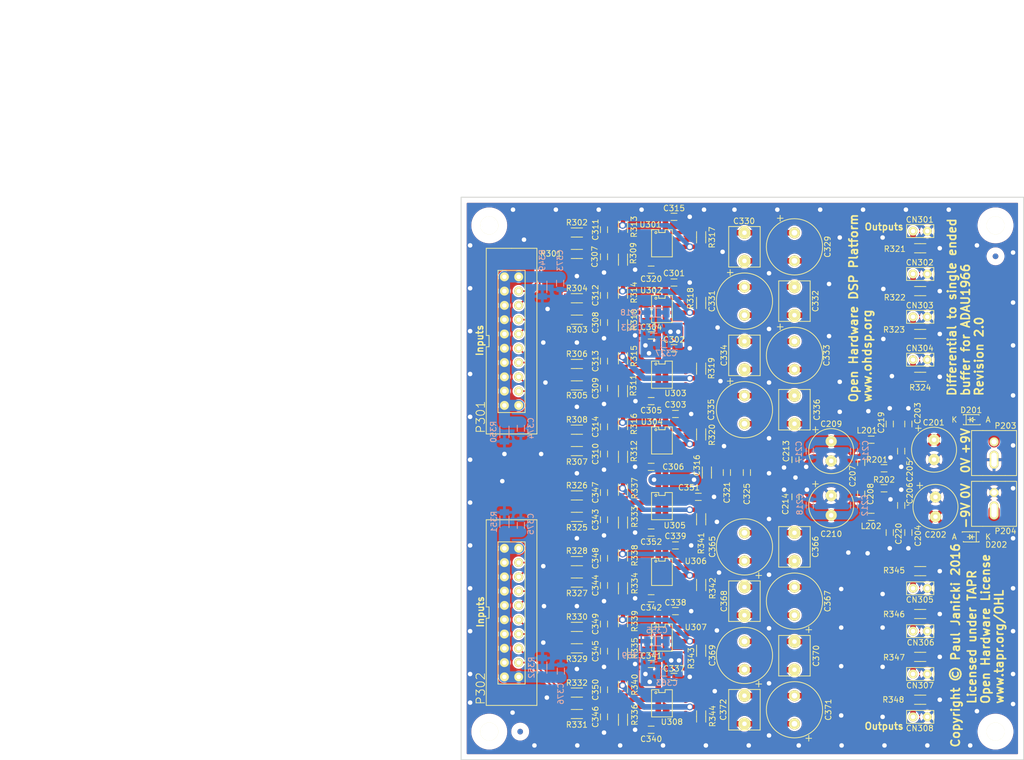
<source format=kicad_pcb>
(kicad_pcb (version 20221018) (generator pcbnew)
  (title_block (title "Differential to Single Ended Buffer for ADAU1966 DAC") (date "2016-05-25") (rev "2.0") (company "Open Hardware DSP Platform - www.ohdsp.org") (comment 1 "MERCHANTABILITY, SATISFACTORY QUALITY AND FITNESS FOR A PARTICULAR PURPOSE.") (comment 2 "is distributed WITHOUT ANY EXPRESS OR IMPLIED WARRANTY, INCLUDING OF") (comment 3 "Licensed under the TAPR Open Hardware License (www.tapr.org/OHL). This documentation") (comment 4 "Copyright Paul Janicki 2016"))
  (layers (0 "F.Cu" signal) (31 "B.Cu" signal) (34 "B.Paste" user) (35 "F.Paste" user) (36 "B.SilkS" user "B.Silkscreen") (37 "F.SilkS" user "F.Silkscreen") (38 "B.Mask" user) (39 "F.Mask" user) (44 "Edge.Cuts" user))
  (net 0 "")
  (net 1 "GNDA")
  (net 2 "Net-(C307-Pad1)")
  (net 3 "Net-(C201-Pad1)")
  (net 4 "Net-(C202-Pad2)")
  (net 5 "Net-(C207-Pad2)")
  (net 6 "Net-(C208-Pad1)")
  (net 7 "Net-(C308-Pad1)")
  (net 8 "Net-(C329-Pad1)")
  (net 9 "Net-(C331-Pad1)")
  (net 10 "Net-(C333-Pad1)")
  (net 11 "Net-(C333-Pad2)")
  (net 12 "Net-(C335-Pad1)")
  (net 13 "Net-(C335-Pad2)")
  (net 14 "Net-(C349-Pad1)")
  (net 15 "Net-(C349-Pad2)")
  (net 16 "Net-(D201-Pad1)")
  (net 17 "Net-(D202-Pad2)")
  (net 18 "Net-(P301-Pad4)")
  (net 19 "Net-(P301-Pad6)")
  (net 20 "Net-(P301-Pad8)")
  (net 21 "Net-(P301-Pad10)")
  (net 22 "Net-(P301-Pad12)")
  (net 23 "Net-(P301-Pad14)")
  (net 24 "Net-(P301-Pad16)")
  (net 25 "Net-(P301-Pad18)")
  (net 26 "Net-(P302-Pad4)")
  (net 27 "Net-(P302-Pad6)")
  (net 28 "Net-(P302-Pad8)")
  (net 29 "Net-(P302-Pad10)")
  (net 30 "Net-(P302-Pad12)")
  (net 31 "Net-(P302-Pad14)")
  (net 32 "Net-(P302-Pad16)")
  (net 33 "Net-(P302-Pad18)")
  (net 34 "Net-(C309-Pad1)")
  (net 35 "Net-(C310-Pad1)")
  (net 36 "Net-(C311-Pad1)")
  (net 37 "Net-(C311-Pad2)")
  (net 38 "Net-(C312-Pad1)")
  (net 39 "Net-(C312-Pad2)")
  (net 40 "Net-(C313-Pad1)")
  (net 41 "Net-(C313-Pad2)")
  (net 42 "Net-(C314-Pad1)")
  (net 43 "Net-(C314-Pad2)")
  (net 44 "Net-(C329-Pad2)")
  (net 45 "Net-(C331-Pad2)")
  (net 46 "Net-(C343-Pad1)")
  (net 47 "Net-(C344-Pad1)")
  (net 48 "Net-(C345-Pad1)")
  (net 49 "Net-(C346-Pad1)")
  (net 50 "Net-(C347-Pad1)")
  (net 51 "Net-(C347-Pad2)")
  (net 52 "Net-(C348-Pad1)")
  (net 53 "Net-(C348-Pad2)")
  (net 54 "Net-(C350-Pad1)")
  (net 55 "Net-(C350-Pad2)")
  (net 56 "Net-(C365-Pad1)")
  (net 57 "Net-(C365-Pad2)")
  (net 58 "Net-(C367-Pad1)")
  (net 59 "Net-(C367-Pad2)")
  (net 60 "Net-(C369-Pad1)")
  (net 61 "Net-(C369-Pad2)")
  (net 62 "Net-(C371-Pad1)")
  (net 63 "Net-(C371-Pad2)")
  (net 64 "Net-(C373-Pad1)")
  (net 65 "Net-(C375-Pad1)")
  (net 66 "+9VA")
  (net 67 "-9VA")
  (footprint "MyKiCadLibs-Footprints:SMD-0805" (layer "F.Cu") (at 125.4 83.96 -90)
    (fp_text reference "C309")
    (fp_text value "1n" hide)
  )
  (footprint "MyKiCadLibs-Footprints:SMD-0805" (layer "F.Cu") (at 125.4 55.766 90)
    (fp_text reference "C311")
    (fp_text value "1n" hide)
  )
  (footprint "MyKiCadLibs-Footprints:SMD-0805" (layer "F.Cu") (at 125.4 79.134 90)
    (fp_text reference "C313")
    (fp_text value "1n" hide)
  )
  (footprint "MyKiCadLibs-Footprints:SMD-0805" (layer "F.Cu") (at 125.4 90.818 90)
    (fp_text reference "C314")
    (fp_text value "1n" hide)
  )
  (footprint "MyKiCadLibs-Footprints:SMD-0805" (layer "F.Cu") (at 150.8 98.946 -90)
    (fp_text reference "C325")
    (fp_text value "10n" hide)
  )
  (footprint "MyKiCadLibs-Footprints:SMD-0805" (layer "F.Cu") (at 175.184 98.184)
    (fp_text reference "R201")
    (fp_text value "47" hide)
  )
  (footprint "MyKiCadLibs-Footprints:SMD-0805" (layer "F.Cu") (at 175.184 101.74 180)
    (fp_text reference "R202")
    (fp_text value "47" hide)
  )
  (footprint "MyKiCadLibs-Footprints:SMD-0805" (layer "F.Cu") (at 125.4 72.276 -90)
    (fp_text reference "C308")
    (fp_text value "1n" hide)
  )
  (footprint "MyKiCadLibs-Footprints:CAP-TH-D8mmP3.5mm" (layer "F.Cu") (at 184.074 94.882 -90)
    (fp_text reference "C201")
    (fp_text value "220u" hide)
  )
  (footprint "MyKiCadLibs-Footprints:CAP-TH-D8mmP3.5mm" (layer "F.Cu") (at 184.328 105.042 -90)
    (fp_text reference "C202")
    (fp_text value "220u" hide)
  )
  (footprint "MyKiCadLibs-Footprints:SMD-0805" (layer "F.Cu") (at 179.502 90.31 90)
    (fp_text reference "C203")
    (fp_text value "100n" hide)
  )
  (footprint "MyKiCadLibs-Footprints:SMD-0805" (layer "F.Cu") (at 179.502 109.614 90)
    (fp_text reference "C204")
    (fp_text value "100n" hide)
  )
  (footprint "MyKiCadLibs-Footprints:SMD-0805" (layer "F.Cu") (at 178.232 95.136 -90)
    (fp_text reference "C205")
    (fp_text value "10n" hide)
  )
  (footprint "MyKiCadLibs-Footprints:SMD-0805" (layer "F.Cu") (at 178.232 104.788 -90)
    (fp_text reference "C206")
    (fp_text value "10n" hide)
  )
  (footprint "MyKiCadLibs-Footprints:SMD-0805" (layer "F.Cu") (at 171.12 97.168 -90)
    (fp_text reference "C207")
    (fp_text value "100p" hide)
  )
  (footprint "MyKiCadLibs-Footprints:SMD-0805" (layer "F.Cu") (at 171.12 102.756 -90)
    (fp_text reference "C208")
    (fp_text value "100p" hide)
  )
  (footprint "MyKiCadLibs-Footprints:CAP-TH-D8mmP3.5mm" (layer "F.Cu") (at 165.786 95.136 -90)
    (fp_text reference "C209")
    (fp_text value "220u" hide)
  )
  (footprint "MyKiCadLibs-Footprints:CAP-TH-D8mmP3.5mm" (layer "F.Cu") (at 165.786 104.788 -90)
    (fp_text reference "C210")
    (fp_text value "220u" hide)
  )
  (footprint "MyKiCadLibs-Footprints:SMD-0805" (layer "F.Cu") (at 159.436 96.66 -90)
    (fp_text reference "C213")
    (fp_text value "10n" hide)
  )
  (footprint "MyKiCadLibs-Footprints:SMD-0805" (layer "F.Cu") (at 159.436 103.264 -90)
    (fp_text reference "C214")
    (fp_text value "10n" hide)
  )
  (footprint "MyKiCadLibs-Footprints:SMD-0805" (layer "F.Cu") (at 125.4 60.592 -90)
    (fp_text reference "C307")
    (fp_text value "1n" hide)
  )
  (footprint "MyKiCadLibs-Footprints:SMD-0805" (layer "F.Cu") (at 125.4 95.644 -90)
    (fp_text reference "C310")
    (fp_text value "1n" hide)
  )
  (footprint "MyKiCadLibs-Footprints:SMD-0805" (layer "F.Cu") (at 125.4 67.45 90)
    (fp_text reference "C312")
    (fp_text value "1n" hide)
  )
  (footprint "MyKiCadLibs-Footprints:SMD-0805" (layer "F.Cu") (at 147.244 98.946 -90)
    (fp_text reference "C321")
    (fp_text value "100n" hide)
  )
  (footprint "MyKiCadLibs-Footprints:CAP-TH-D10mmP5mm" (layer "F.Cu") (at 159.258 58.814 -90)
    (fp_text reference "C329")
    (fp_text value "100u" hide)
  )
  (footprint "MyKiCadLibs-Footprints:CAP_TH_5mm" (layer "F.Cu") (at 150.368 58.814 -90)
    (fp_text reference "C330")
    (fp_text value "100n" hide)
  )
  (footprint "MyKiCadLibs-Footprints:CAP-TH-D10mmP5mm" (layer "F.Cu") (at 150.368 68.466 -90)
    (fp_text reference "C331")
    (fp_text value "100u" hide)
  )
  (footprint "MyKiCadLibs-Footprints:CAP_TH_5mm" (layer "F.Cu") (at 159.258 68.466 -90)
    (fp_text reference "C332")
    (fp_text value "100n" hide)
  )
  (footprint "MyKiCadLibs-Footprints:CAP-TH-D10mmP5mm" (layer "F.Cu") (at 159.258 78.118 -90)
    (fp_text reference "C333")
    (fp_text value "100u" hide)
  )
  (footprint "MyKiCadLibs-Footprints:CAP_TH_5mm" (layer "F.Cu") (at 150.368 78.118 -90)
    (fp_text reference "C334")
    (fp_text value "100n" hide)
  )
  (footprint "MyKiCadLibs-Footprints:CAP-TH-D10mmP5mm" (layer "F.Cu") (at 150.368 87.77 -90)
    (fp_text reference "C335")
    (fp_text value "100u" hide)
  )
  (footprint "MyKiCadLibs-Footprints:CAP_TH_5mm" (layer "F.Cu") (at 159.258 87.77 -90)
    (fp_text reference "C336")
    (fp_text value "100n" hide)
  )
  (footprint "MyKiCadLibs-Footprints:CONN_SIL_2" (layer "F.Cu") (at 180.34 56.02)
    (fp_text reference "CN301")
    (fp_text value "COAX" hide)
  )
  (footprint "MyKiCadLibs-Footprints:CONN_SIL_2" (layer "F.Cu") (at 180.34 63.64)
    (fp_text reference "CN302")
    (fp_text value "COAX" hide)
  )
  (footprint "MyKiCadLibs-Footprints:CONN_SIL_2" (layer "F.Cu") (at 180.34 71.26)
    (fp_text reference "CN303")
    (fp_text value "COAX" hide)
  )
  (footprint "MyKiCadLibs-Footprints:CONN_SIL_2" (layer "F.Cu") (at 180.34 78.88)
    (fp_text reference "CN304")
    (fp_text value "COAX" hide)
  )
  (footprint "MyKiCadLibs-Footprints:SMD-0805" (layer "F.Cu") (at 172.898 93.104 180)
    (fp_text reference "L201")
    (fp_text value "600R@100MHz" hide)
  )
  (footprint "MyKiCadLibs-Footprints:SMD-0805" (layer "F.Cu") (at 172.898 106.82 180)
    (fp_text reference "L202")
    (fp_text value "600R@100MHz" hide)
  )
  (footprint "MyKiCadLibs-Footprints:CONN-2WAY-2.54mm-3.81mm-SPACING" (layer "F.Cu") (at 194.742 93.485 -90)
    (fp_text reference "P203")
    (fp_text value "CONN_2x1" hide)
  )
  (footprint "MyKiCadLibs-Footprints:CONN-2WAY-2.54mm-3.81mm-SPACING" (layer "F.Cu") (at 194.742 102.502 -90)
    (fp_text reference "P204")
    (fp_text value "CONN_2x1" hide)
  )
  (footprint "MyKiCadLibs-Footprints:CONN_DIL_2X10_BOX" (layer "F.Cu") (at 108.966 75.578)
    (fp_text reference "P301")
    (fp_text value "CONN_02X10" hide)
  )
  (footprint "MyKiCadLibs-Footprints:SMD-1206" (layer "F.Cu") (at 120.574 60.084 180)
    (fp_text reference "R301")
    (fp_text value "1k3" hide)
  )
  (footprint "MyKiCadLibs-Footprints:SMD-1206" (layer "F.Cu") (at 120.574 56.274 180)
    (fp_text reference "R302")
    (fp_text value "1k3" hide)
  )
  (footprint "MyKiCadLibs-Footprints:SMD-1206" (layer "F.Cu") (at 120.574 71.768 180)
    (fp_text reference "R303")
    (fp_text value "1k3" hide)
  )
  (footprint "MyKiCadLibs-Footprints:SMD-1206" (layer "F.Cu") (at 120.574 67.958 180)
    (fp_text reference "R304")
    (fp_text value "1k3" hide)
  )
  (footprint "MyKiCadLibs-Footprints:SMD-1206" (layer "F.Cu") (at 120.574 83.452 180)
    (fp_text reference "R305")
    (fp_text value "1k3" hide)
  )
  (footprint "MyKiCadLibs-Footprints:SMD-1206" (layer "F.Cu") (at 120.574 79.642 180)
    (fp_text reference "R306")
    (fp_text value "1k3" hide)
  )
  (footprint "MyKiCadLibs-Footprints:SMD-1206" (layer "F.Cu") (at 120.574 95.136 180)
    (fp_text reference "R307")
    (fp_text value "1k3" hide)
  )
  (footprint "MyKiCadLibs-Footprints:SMD-1206" (layer "F.Cu") (at 120.574 91.326 180)
    (fp_text reference "R308")
    (fp_text value "1k3" hide)
  )
  (footprint "MyKiCadLibs-Footprints:SMD-1206" (layer "F.Cu") (at 128.778 61.1 90)
    (fp_text reference "R309")
    (fp_text value "1k5" hide)
  )
  (footprint "MyKiCadLibs-Footprints:SMD-1206" (layer "F.Cu") (at 128.778 72.784 90)
    (fp_text reference "R310")
    (fp_text value "1k5" hide)
  )
  (footprint "MyKiCadLibs-Footprints:SMD-1206" (layer "F.Cu") (at 128.778 84.468 90)
    (fp_text reference "R311")
    (fp_text value "1k5" hide)
  )
  (footprint "MyKiCadLibs-Footprints:SMD-1206" (layer "F.Cu") (at 128.778 96.152 90)
    (fp_text reference "R312")
    (fp_text value "1k5" hide)
  )
  (footprint "MyKiCadLibs-Footprints:SMD-1206" (layer "F.Cu") (at 128.778 55.258 -90)
    (fp_text reference "R313")
    (fp_text value "1k5" hide)
  )
  (footprint "MyKiCadLibs-Footprints:SMD-1206" (layer "F.Cu") (at 128.778 66.942 -90)
    (fp_text reference "R314")
    (fp_text value "1k5" hide)
  )
  (footprint "MyKiCadLibs-Footprints:SMD-1206" (layer "F.Cu") (at 128.778 78.626 -90)
    (fp_text reference "R315")
    (fp_text value "1k5" hide)
  )
  (footprint "MyKiCadLibs-Footprints:SMD-1206" (layer "F.Cu") (at 128.778 90.31 -90)
    (fp_text reference "R316")
    (fp_text value "1k5" hide)
  )
  (footprint "MyKiCadLibs-Footprints:SMD-1206" (layer "F.Cu") (at 142.672 57.114 -90)
    (fp_text reference "R317")
    (fp_text value "100" hide)
  )
  (footprint "MyKiCadLibs-Footprints:SMD-1206" (layer "F.Cu") (at 142.672 68.798 -90)
    (fp_text reference "R318")
    (fp_text value "100" hide)
  )
  (footprint "MyKiCadLibs-Footprints:SMD-1206" (layer "F.Cu") (at 142.672 80.482 -90)
    (fp_text reference "R319")
    (fp_text value "100" hide)
  )
  (footprint "MyKiCadLibs-Footprints:SMD-1206" (layer "F.Cu") (at 142.672 92.166 -90)
    (fp_text reference "R320")
    (fp_text value "100" hide)
  )
  (footprint "MyKiCadLibs-Footprints:SMD-1206" (layer "F.Cu") (at 181.61 59.068 180)
    (fp_text reference "R321")
    (fp_text value "100k" hide)
  )
  (footprint "MyKiCadLibs-Footprints:SMD-1206" (layer "F.Cu") (at 181.61 66.688 180)
    (fp_text reference "R322")
    (fp_text value "100k" hide)
  )
  (footprint "MyKiCadLibs-Footprints:SMD-1206" (layer "F.Cu") (at 181.61 74.308 180)
    (fp_text reference "R323")
    (fp_text value "100k" hide)
  )
  (footprint "MyKiCadLibs-Footprints:SMD-1206" (layer "F.Cu") (at 181.61 81.928 180)
    (fp_text reference "R324")
    (fp_text value "100k" hide)
  )
  (footprint "MyKiCadLibs-Footprints:IC_SOIC_8" (layer "F.Cu") (at 133.096 56.274)
    (fp_text reference "U301")
    (fp_text value "TLE2071" hide)
  )
  (footprint "MyKiCadLibs-Footprints:IC_SOIC_8" (layer "F.Cu") (at 133.096 67.958)
    (fp_text reference "U302")
    (fp_text value "TLE2071" hide)
  )
  (footprint "MyKiCadLibs-Footprints:IC_SOIC_8" (layer "F.Cu") (at 133.096 79.642)
    (fp_text reference "U303")
    (fp_text value "TLE2071" hide)
  )
  (footprint "MyKiCadLibs-Footprints:IC_SOIC_8" (layer "F.Cu") (at 133.096 91.326)
    (fp_text reference "U304")
    (fp_text value "TLE2071" hide)
  )
  (footprint "MyKiCadLibs-Footprints:SMD-0805" (layer "F.Cu") (at 137.846 53.48)
    (fp_text reference "C315")
    (fp_text value "100n" hide)
  )
  (footprint "MyKiCadLibs-Footprints:SMD-0805" (layer "F.Cu") (at 133.782 62.878)
    (fp_text reference "C320")
    (fp_text value "100n" hide)
  )
  (footprint "MyKiCadLibs-Footprints:SMD-0805" (layer "F.Cu") (at 137.846 65.164)
    (fp_text reference "C301")
    (fp_text value "100n" hide)
  )
  (footprint "MyKiCadLibs-Footprints:SMD-0805" (layer "F.Cu") (at 137.846 76.848)
    (fp_text reference "C302")
    (fp_text value "100n" hide)
  )
  (footprint "MyKiCadLibs-Footprints:SMD-0805" (layer "F.Cu") (at 138.1 88.532)
    (fp_text reference "C303")
    (fp_text value "100n" hide)
  )
  (footprint "MyKiCadLibs-Footprints:SMD-0805" (layer "F.Cu") (at 133.782 74.562)
    (fp_text reference "C304")
    (fp_text value "100n" hide)
  )
  (footprint "MyKiCadLibs-Footprints:SMD-0805" (layer "F.Cu") (at 133.782 86.246)
    (fp_text reference "C305")
    (fp_text value "100n" hide)
  )
  (footprint "MyKiCadLibs-Footprints:SMD-0805" (layer "F.Cu") (at 133.782 97.93)
    (fp_text reference "C306")
    (fp_text value "100n" hide)
  )
  (footprint "MyKiCadLibs-Footprints:SMD-1206" (layer "F.Cu") (at 143.688 98.946 -90)
    (fp_text reference "C316")
    (fp_text value "10u" hide)
  )
  (footprint "MyKiCadLibs-Footprints:SMD-0805" (layer "F.Cu") (at 137.846 135.268)
    (fp_text reference "C337")
    (fp_text value "100n" hide)
  )
  (footprint "MyKiCadLibs-Footprints:SMD-0805" (layer "F.Cu") (at 138.1 123.584)
    (fp_text reference "C338")
    (fp_text value "100n" hide)
  )
  (footprint "MyKiCadLibs-Footprints:SMD-0805" (layer "F.Cu") (at 138.1 111.9)
    (fp_text reference "C339")
    (fp_text value "100n" hide)
  )
  (footprint "MyKiCadLibs-Footprints:SMD-0805" (layer "F.Cu") (at 133.782 144.666)
    (fp_text reference "C340")
    (fp_text value "100n" hide)
  )
  (footprint "MyKiCadLibs-Footprints:SMD-0805" (layer "F.Cu") (at 133.782 132.982)
    (fp_text reference "C341")
    (fp_text value "100n" hide)
  )
  (footprint "MyKiCadLibs-Footprints:SMD-0805" (layer "F.Cu") (at 133.782 121.298)
    (fp_text reference "C342")
    (fp_text value "100n" hide)
  )
  (footprint "MyKiCadLibs-Footprints:SMD-0805" (layer "F.Cu") (at 125.4 107.328 -90)
    (fp_text reference "C343")
    (fp_text value "1n" hide)
  )
  (footprint "MyKiCadLibs-Footprints:SMD-0805" (layer "F.Cu") (at 125.4 119.012 -90)
    (fp_text reference "C344")
    (fp_text value "1n" hide)
  )
  (footprint "MyKiCadLibs-Footprints:SMD-0805" (layer "F.Cu") (at 125.4 130.696 -90)
    (fp_text reference "C345")
    (fp_text value "1n" hide)
  )
  (footprint "MyKiCadLibs-Footprints:SMD-0805" (layer "F.Cu") (at 125.4 142.38 -90)
    (fp_text reference "C346")
    (fp_text value "1n" hide)
  )
  (footprint "MyKiCadLibs-Footprints:SMD-0805" (layer "F.Cu") (at 125.4 102.502 90)
    (fp_text reference "C347")
    (fp_text value "1n" hide)
  )
  (footprint "MyKiCadLibs-Footprints:SMD-0805" (layer "F.Cu") (at 125.4 114.186 90)
    (fp_text reference "C348")
    (fp_text value "1n" hide)
  )
  (footprint "MyKiCadLibs-Footprints:SMD-0805" (layer "F.Cu") (at 125.4 125.87 90)
    (fp_text reference "C349")
    (fp_text value "1n" hide)
  )
  (footprint "MyKiCadLibs-Footprints:SMD-0805" (layer "F.Cu") (at 125.4 137.554 90)
    (fp_text reference "C350")
    (fp_text value "1n" hide)
  )
  (footprint "MyKiCadLibs-Footprints:SMD-0805" (layer "F.Cu") (at 142.164 103.264)
    (fp_text reference "C351")
    (fp_text value "100n" hide)
  )
  (footprint "MyKiCadLibs-Footprints:SMD-0805" (layer "F.Cu") (at 133.782 109.614)
    (fp_text reference "C352")
    (fp_text value "100n" hide)
  )
  (footprint "MyKiCadLibs-Footprints:CAP-TH-D10mmP5mm" (layer "F.Cu") (at 150.368 112.154 90)
    (fp_text reference "C365")
    (fp_text value "100u" hide)
  )
  (footprint "MyKiCadLibs-Footprints:CAP_TH_5mm" (layer "F.Cu") (at 159.258 112.154 90)
    (fp_text reference "C366")
    (fp_text value "100n" hide)
  )
  (footprint "MyKiCadLibs-Footprints:CAP-TH-D10mmP5mm" (layer "F.Cu") (at 159.258 121.806 90)
    (fp_text reference "C367")
    (fp_text value "100u" hide)
  )
  (footprint "MyKiCadLibs-Footprints:CAP_TH_5mm" (layer "F.Cu") (at 150.368 121.806 90)
    (fp_text reference "C368")
    (fp_text value "100n" hide)
  )
  (footprint "MyKiCadLibs-Footprints:CAP-TH-D10mmP5mm" (layer "F.Cu") (at 150.368 131.458 90)
    (fp_text reference "C369")
    (fp_text value "100u" hide)
  )
  (footprint "MyKiCadLibs-Footprints:CAP_TH_5mm" (layer "F.Cu") (at 159.258 131.498 90)
    (fp_text reference "C370")
    (fp_text value "100n" hide)
  )
  (footprint "MyKiCadLibs-Footprints:CAP-TH-D10mmP5mm" (layer "F.Cu") (at 159.258 141.11 90)
    (fp_text reference "C371")
    (fp_text value "100u" hide)
  )
  (footprint "MyKiCadLibs-Footprints:CAP_TH_5mm" (layer "F.Cu") (at 150.368 141.11 90)
    (fp_text reference "C372")
    (fp_text value "100n" hide)
  )
  (footprint "MyKiCadLibs-Footprints:CONN_SIL_2" (layer "F.Cu") (at 180.34 119.52)
    (fp_text reference "CN305")
    (fp_text value "COAX" hide)
  )
  (footprint "MyKiCadLibs-Footprints:CONN_SIL_2" (layer "F.Cu") (at 180.34 127.14)
    (fp_text reference "CN306")
    (fp_text value "COAX" hide)
  )
  (footprint "MyKiCadLibs-Footprints:CONN_SIL_2" (layer "F.Cu") (at 180.34 134.76)
    (fp_text reference "CN307")
    (fp_text value "COAX" hide)
  )
  (footprint "MyKiCadLibs-Footprints:CONN_SIL_2" (layer "F.Cu") (at 180.34 142.38)
    (fp_text reference "CN308")
    (fp_text value "COAX" hide)
  )
  (footprint "MyKiCadLibs-Footprints:CONN_DIL_2X10_BOX" (layer "F.Cu") (at 108.966 123.838)
    (fp_text reference "P302")
    (fp_text value "CONN_02X10" hide)
  )
  (footprint "MyKiCadLibs-Footprints:SMD-1206" (layer "F.Cu") (at 120.574 106.82 180)
    (fp_text reference "R325")
    (fp_text value "1k3" hide)
  )
  (footprint "MyKiCadLibs-Footprints:SMD-1206" (layer "F.Cu") (at 120.574 103.01 180)
    (fp_text reference "R326")
    (fp_text value "1k3" hide)
  )
  (footprint "MyKiCadLibs-Footprints:SMD-1206" (layer "F.Cu") (at 120.574 118.504 180)
    (fp_text reference "R327")
    (fp_text value "1k3" hide)
  )
  (footprint "MyKiCadLibs-Footprints:SMD-1206" (layer "F.Cu") (at 120.574 114.694 180)
    (fp_text reference "R328")
    (fp_text value "1k3" hide)
  )
  (footprint "MyKiCadLibs-Footprints:SMD-1206" (layer "F.Cu") (at 120.574 130.188 180)
    (fp_text reference "R329")
    (fp_text value "1k3" hide)
  )
  (footprint "MyKiCadLibs-Footprints:SMD-1206" (layer "F.Cu") (at 120.574 126.378 180)
    (fp_text reference "R330")
    (fp_text value "1k3" hide)
  )
  (footprint "MyKiCadLibs-Footprints:SMD-1206" (layer "F.Cu") (at 120.574 141.872 180)
    (fp_text reference "R331")
    (fp_text value "1k3" hide)
  )
  (footprint "MyKiCadLibs-Footprints:SMD-1206" (layer "F.Cu") (at 120.574 138.062 180)
    (fp_text reference "R332")
    (fp_text value "1k3" hide)
  )
  (footprint "MyKiCadLibs-Footprints:SMD-1206" (layer "F.Cu") (at 128.778 107.836 90)
    (fp_text reference "R333")
    (fp_text value "1k5" hide)
  )
  (footprint "MyKiCadLibs-Footprints:SMD-1206" (layer "F.Cu") (at 128.778 119.52 90)
    (fp_text reference "R334")
    (fp_text value "1k5" hide)
  )
  (footprint "MyKiCadLibs-Footprints:SMD-1206" (layer "F.Cu") (at 128.778 131.204 90)
    (fp_text reference "R335")
    (fp_text value "1k5" hide)
  )
  (footprint "MyKiCadLibs-Footprints:SMD-1206" (layer "F.Cu") (at 128.778 142.888 90)
    (fp_text reference "R336")
    (fp_text value "1k5" hide)
  )
  (footprint "MyKiCadLibs-Footprints:SMD-1206" (layer "F.Cu") (at 128.778 101.994 -90)
    (fp_text reference "R337")
    (fp_text value "1k5" hide)
  )
  (footprint "MyKiCadLibs-Footprints:SMD-1206" (layer "F.Cu") (at 128.778 113.678 -90)
    (fp_text reference "R338")
    (fp_text value "1k5" hide)
  )
  (footprint "MyKiCadLibs-Footprints:SMD-1206" (layer "F.Cu") (at 128.778 125.362 -90)
    (fp_text reference "R339")
    (fp_text value "1k5" hide)
  )
  (footprint "MyKiCadLibs-Footprints:SMD-1206" (layer "F.Cu") (at 128.778 137.046 -90)
    (fp_text reference "R340")
    (fp_text value "1k5" hide)
  )
  (footprint "MyKiCadLibs-Footprints:SMD-1206" (layer "F.Cu") (at 142.672 107.25 90)
    (fp_text reference "R341")
    (fp_text value "100" hide)
  )
  (footprint "MyKiCadLibs-Footprints:SMD-1206" (layer "F.Cu") (at 142.672 118.934 90)
    (fp_text reference "R342")
    (fp_text value "100" hide)
  )
  (footprint "MyKiCadLibs-Footprints:SMD-1206" (layer "F.Cu") (at 142.672 130.618 90)
    (fp_text reference "R343")
    (fp_text value "100" hide)
  )
  (footprint "MyKiCadLibs-Footprints:SMD-1206" (layer "F.Cu") (at 142.672 142.302 90)
    (fp_text reference "R344")
    (fp_text value "100" hide)
  )
  (footprint "MyKiCadLibs-Footprints:SMD-1206" (layer "F.Cu") (at 181.61 116.472 180)
    (fp_text reference "R345")
    (fp_text value "100k" hide)
  )
  (footprint "MyKiCadLibs-Footprints:SMD-1206" (layer "F.Cu") (at 181.61 124.092 180)
    (fp_text reference "R346")
    (fp_text value "100k" hide)
  )
  (footprint "MyKiCadLibs-Footprints:SMD-1206" (layer "F.Cu") (at 181.61 131.712 180)
    (fp_text reference "R347")
    (fp_text value "100k" hide)
  )
  (footprint "MyKiCadLibs-Footprints:SMD-1206" (layer "F.Cu") (at 181.61 139.332 180)
    (fp_text reference "R348")
    (fp_text value "100k" hide)
  )
  (footprint "MyKiCadLibs-Footprints:IC_SOIC_8" (layer "F.Cu") (at 133.096 103.01)
    (fp_text reference "U305")
    (fp_text value "TLE2071" hide)
  )
  (footprint "MyKiCadLibs-Footprints:IC_SOIC_8" (layer "F.Cu") (at 133.096 114.694)
    (fp_text reference "U306")
    (fp_text value "TLE2071" hide)
  )
  (footprint "MyKiCadLibs-Footprints:IC_SOIC_8" (layer "F.Cu") (at 133.096 126.378)
    (fp_text reference "U307")
    (fp_text value "TLE2071" hide)
  )
  (footprint "MyKiCadLibs-Footprints:IC_SOIC_8" (layer "F.Cu") (at 133.096 138.062)
    (fp_text reference "U308")
    (fp_text value "TLE2071" hide)
  )
  (footprint "MyKiCadLibs-Footprints:SMD-0805" (layer "F.Cu") (at 176.2 90.31 90)
    (fp_text reference "C219")
    (fp_text value "22u" hide)
  )
  (footprint "MyKiCadLibs-Footprints:SMD-0805" (layer "F.Cu") (at 176.2 109.614 90)
    (fp_text reference "C220")
    (fp_text value "22u" hide)
  )
  (footprint "MyKiCadLibs-Footprints:MNT_HOLE_3.2mm" (layer "F.Cu") (at 195 145)
    (fp_text reference "MNT201" hide)
    (fp_text value "MNT_HOLE" hide)
  )
  (footprint "MyKiCadLibs-Footprints:MNT_HOLE_3.2mm" (layer "F.Cu") (at 105 145)
    (fp_text reference "MNT202" hide)
    (fp_text value "MNT_HOLE" hide)
  )
  (footprint "MyKiCadLibs-Footprints:MNT_HOLE_3.2mm" (layer "F.Cu") (at 105 55)
    (fp_text reference "MNT203" hide)
    (fp_text value "MNT_HOLE" hide)
  )
  (footprint "MyKiCadLibs-Footprints:MNT_HOLE_3.2mm" (layer "F.Cu") (at 195 55)
    (fp_text reference "MNT204" hide)
    (fp_text value "MNT_HOLE" hide)
  )
  (footprint "MyKiCadLibs-Footprints:DIODE-SOD-123" (layer "F.Cu") (at 190.678 89.548)
    (fp_text reference "D201")
    (fp_text value "SS14L" hide)
  )
  (footprint "MyKiCadLibs-Footprints:DIODE-SOD-123" (layer "F.Cu") (at 190.678 110.376 180)
    (fp_text reference "D202")
    (fp_text value "SS14L" hide)
  )
  (footprint "MyKiCadLibs-Footprints:FID-1MM-3MM" (layer "F.Cu") (at 110.5 145)
    (fp_text reference "FID1" hide)
    (fp_text value "MNT_HOLE" hide)
  )
  (footprint "MyKiCadLibs-Footprints:FID-1MM-3MM" (layer "F.Cu") (at 195 60.5)
    (fp_text reference "FID2" hide)
    (fp_text value "MNT_HOLE" hide)
  )
  (footprint "MyKiCadLibs-Footprints:SMD-0805" (layer "B.Cu") (at 134.29 73.546 180)
    (fp_text reference "C323")
    (fp_text value "100n" hide)
  )
  (footprint "MyKiCadLibs-Footprints:SMD-0805" (layer "B.Cu") (at 136.068 76.086 180)
    (fp_text reference "C327")
    (fp_text value "10n" hide)
  )
  (footprint "MyKiCadLibs-Footprints:SMD-0805" (layer "B.Cu") (at 169.85 95.136 -90)
    (fp_text reference "C211")
    (fp_text value "100n" hide)
  )
  (footprint "MyKiCadLibs-Footprints:SMD-0805" (layer "B.Cu") (at 169.85 104.788 -90)
    (fp_text reference "C212")
    (fp_text value "100n" hide)
  )
  (footprint "MyKiCadLibs-Footprints:SMD-1206" (layer "B.Cu") (at 134.798 70.498 180)
    (fp_text reference "C318")
    (fp_text value "10u" hide)
  )
  (footprint "MyKiCadLibs-Footprints:SMD-1206" (layer "B.Cu") (at 134.798 128.918 180)
    (fp_text reference "C355")
    (fp_text value "10u" hide)
  )
  (footprint "MyKiCadLibs-Footprints:SMD-0805" (layer "B.Cu") (at 134.29 131.966 180)
    (fp_text reference "C359")
    (fp_text value "100n" hide)
  )
  (footprint "MyKiCadLibs-Footprints:SMD-0805" (layer "B.Cu") (at 136.068 134.506 180)
    (fp_text reference "C363")
    (fp_text value "10n" hide)
  )
  (footprint "MyKiCadLibs-Footprints:SMD-0805" (layer "B.Cu") (at 117.602 65.291 -90)
    (fp_text reference "C373")
    (fp_text value "100n" hide)
  )
  (footprint "MyKiCadLibs-Footprints:SMD-0805" (layer "B.Cu") (at 110.617 91.072 -90)
    (fp_text reference "C374")
    (fp_text value "100n" hide)
  )
  (footprint "MyKiCadLibs-Footprints:SMD-0805" (layer "B.Cu") (at 110.617 108.344 90)
    (fp_text reference "C375")
    (fp_text value "100n" hide)
  )
  (footprint "MyKiCadLibs-Footprints:SMD-0805" (layer "B.Cu") (at 117.729 134.252 90)
    (fp_text reference "C376")
    (fp_text value "100n" hide)
  )
  (footprint "MyKiCadLibs-Footprints:SMD-1206" (layer "B.Cu") (at 114.427 65.926 90)
    (fp_text reference "R349")
    (fp_text value "10" hide)
  )
  (footprint "MyKiCadLibs-Footprints:SMD-1206" (layer "B.Cu") (at 107.696 91.707 90)
    (fp_text reference "R350")
    (fp_text value "10" hide)
  )
  (footprint "MyKiCadLibs-Footprints:SMD-1206" (layer "B.Cu") (at 107.696 107.709 -90)
    (fp_text reference "R351")
    (fp_text value "10" hide)
  )
  (footprint "MyKiCadLibs-Footprints:SMD-1206" (layer "B.Cu") (at 114.427 133.617 -90)
    (fp_text reference "R352")
    (fp_text value "10" hide)
  )
  (footprint "MyKiCadLibs-Footprints:SMD-0805" (layer "B.Cu") (at 161.976 95.136 -90)
    (fp_text reference "C217")
    (fp_text value "22u" hide)
  )
  (footprint "MyKiCadLibs-Footprints:SMD-0805" (layer "B.Cu") (at 161.976 104.788 -90)
    (fp_text reference "C218")
    (fp_text value "22u" hide)
  )
  (footprint "MyKiCadLibs-Footprints:FID-1MM-3MM" (layer "B.Cu") (at 110.5 145)
    (fp_text reference "FID3" hide)
    (fp_text value "MNT_HOLE" hide)
  )
  (footprint "MyKiCadLibs-Footprints:FID-1MM-3MM" (layer "B.Cu") (at 195 60.5)
    (fp_text reference "FID4" hide)
    (fp_text value "MNT_HOLE" hide)
  )
  (gr_line (start 179.756 96.787) (end 179.248 96.279) (stroke (width 0.15)) (layer "F.SilkS"))
  (gr_line (start 179.629 104.661) (end 179.248 104.788) (stroke (width 0.15)) (layer "F.SilkS"))
  (gr_line (start 100 150) (end 100 50) (stroke (width 0.15)) (layer "Edge.Cuts"))
  (gr_line (start 200 150) (end 100 150) (stroke (width 0.15)) (layer "Edge.Cuts"))
  (gr_line (start 200 50) (end 200 150) (stroke (width 0.15)) (layer "Edge.Cuts"))
  (gr_line (start 100 50) (end 200 50) (stroke (width 0.15)) (layer "Edge.Cuts"))
  (gr_text "0V" (at 189.662 97.676 90) (layer "F.SilkS") (effects (font (size 1.5 1.5) (thickness 0.3))))
  (gr_text "-9V" (at 189.662 106.566 90) (layer "F.SilkS") (effects (font (size 1.5 1.5) (thickness 0.3))))
  (gr_text "Copyright © Paul Janicki 2016" (at 187.884 147.968 90) (layer "F.SilkS") (effects (font (size 1.5 1.5) (thickness 0.3)) (justify left)))
  (gr_text "Inputs" (at 103.429 123.711 90) (layer "F.SilkS") (effects (font (size 1.2 1.2) (thickness 0.25))))
  (gr_text "Outputs" (at 175.184 144.031) (layer "F.SilkS") (effects (font (size 1.2 1.2) (thickness 0.25))))
  (gr_text "Inputs" (at 103.302 75.451 90) (layer "F.SilkS") (effects (font (size 1.2 1.2) (thickness 0.25))))
  (gr_text "Open Hardware DSP Platform \nwww.ohdsp.org" (at 170.9676 86.6016 90) (layer "F.SilkS") (effects (font (size 1.5 1.5) (thickness 0.3)) (justify left)))
  (gr_text "+9V" (at 189.662 93.358 90) (layer "F.SilkS") (effects (font (size 1.5 1.5) (thickness 0.3))))
  (gr_text "Outputs" (at 175.184 55.258) (layer "F.SilkS") (effects (font (size 1.2 1.2) (thickness 0.25))))
  (gr_text "Differential to single ended\nbuffer for ADAU1966\nRevision 2.0" (at 189.662 85.484 90) (layer "F.SilkS") (effects (font (size 1.5 1.5) (thickness 0.3)) (justify left)))
  (gr_text "Licensed under TAPR\nOpen Hardware License \nwww.tapr.org/OHL " (at 193.218 140.221 90) (layer "F.SilkS") (effects (font (size 1.5 1.5) (thickness 0.3)) (justify left)))
  (gr_text "0V" (at 189.662 102.248 90) (layer "F.SilkS") (effects (font (size 1.5 1.5) (thickness 0.3))))
  (segment (start 109.55 57.544) (end 111.176 57.544) (width 0.3) (layer "F.Cu") (net 1))
  (segment (start 115.367 66.434) (end 115.367 69.863) (width 0.3) (layer "F.Cu") (net 1))
  (segment (start 179.502 110.714) (end 179.502 112.408) (width 0.3) (layer "F.Cu") (net 1))
  (segment (start 101.6 96.66) (end 101.6 89.04) (width 0.3) (layer "F.Cu") (net 1))
  (segment (start 176.2 89.21) (end 176.2 87.516) (width 0.3) (layer "F.Cu") (net 1))
  (segment (start 191.694 62.37) (end 192.964 63.64) (width 0.3) (layer "F.Cu") (net 1))
  (segment (start 167.564 142.126) (end 174.676 142.126) (width 0.3) (layer "F.Cu") (net 1))
  (segment (start 120.574 133.871) (end 119.304 133.871) (width 0.3) (layer "F.Cu") (net 1))
  (segment (start 140.64 53.48) (end 141.91 53.48) (width 0.3) (layer "F.Cu") (net 1))
  (segment (start 183.31 81.928) (end 185.09 81.928) (width 0.3) (layer "F.Cu") (net 1))
  (segment (start 156.21 52.21) (end 163.83 52.21) (width 0.3) (layer "F.Cu") (net 1))
  (segment (start 176.284 98.184) (end 176.284 96.322) (width 0.3) (layer "F.Cu") (net 1))
  (segment (start 198.12 94.12) (end 198.12 101.74) (width 0.3) (layer "F.Cu") (net 1))
  (segment (start 171.45 52.21) (end 179.07 52.21) (width 0.3) (layer "F.Cu") (net 1))
  (segment (start 138.946 135.268) (end 140.64 135.268) (width 0.3) (layer "F.Cu") (net 1))
  (segment (start 125.4 143.48) (end 125.4 145.174) (width 0.3) (layer "F.Cu") (net 1))
  (segment (start 112.573 141.618) (end 115.24 138.951) (width 0.3) (layer "F.Cu") (net 1))
  (segment (start 119.304 87.262) (end 114.986 82.944) (width 0.3) (layer "F.Cu") (net 1))
  (segment (start 128.27 147.46) (end 120.65 147.46) (width 0.3) (layer "F.Cu") (net 1))
  (segment (start 159.436 97.76) (end 159.436 99.835) (width 0.3) (layer "F.Cu") (net 1))
  (segment (start 159.436 97.76) (end 161.171 97.76) (width 0.3) (layer "F.Cu") (net 1))
  (segment (start 141.91 76.848) (end 145.593 73.165) (width 0.3) (layer "F.Cu") (net 1))
  (segment (start 132.682 74.562) (end 130.9245 74.562) (width 0.3) (layer "F.Cu") (net 1))
  (segment (start 101.6 111.9) (end 101.6 104.28) (width 0.3) (layer "F.Cu") (net 1))
  (segment (start 160.02 147.46) (end 151.13 147.46) (width 0.3) (layer "F.Cu") (net 1))
  (segment (start 174.676 142.126) (end 174.93 142.38) (width 0.3) (layer "F.Cu") (net 1))
  (segment (start 161.171 97.76) (end 161.341 97.93) (width 0.3) (layer "F.Cu") (net 1))
  (segment (start 101.6 66.18) (end 101.6 58.56) (width 0.3) (layer "F.Cu") (net 1))
  (segment (start 159.436 102.164) (end 159.436 99.835) (width 0.3) (layer "F.Cu") (net 1))
  (segment (start 138.946 53.48) (end 140.64 53.48) (width 0.3) (layer "F.Cu") (net 1))
  (segment (start 176.284 96.322) (end 176.327 96.279) (width 0.3) (layer "F.Cu") (net 1))
  (segment (start 125.4 61.692) (end 125.4 63.386) (width 0.3) (layer "F.Cu") (net 1))
  (segment (start 120.574 64.021) (end 117.78 64.021) (width 0.3) (layer "F.Cu") (net 1))
  (segment (start 139.2 111.9) (end 140.894 111.9) (width 0.3) (layer "F.Cu") (net 1))
  (segment (start 120.574 110.63) (end 119.558 110.63) (width 0.3) (layer "F.Cu") (net 1))
  (segment (start 143.264 103.264) (end 144.958 103.264) (width 0.3) (layer "F.Cu") (net 1))
  (segment (start 191.694 58.56) (end 191.694 62.37) (width 0.3) (layer "F.Cu") (net 1))
  (segment (start 132.682 62.878) (end 130.9245 62.878) (width 0.3) (layer "F.Cu") (net 1))
  (segment (start 139.2 88.532) (end 140.894 88.532) (width 0.3) (layer "F.Cu") (net 1))
  (segment (start 109.22 57.214) (end 109.55 57.544) (width 0.3) (layer "F.Cu") (net 1))
  (segment (start 176.284 101.74) (end 176.284 103.6655) (width 0.3) (layer "F.Cu") (net 1))
  (segment (start 120.574 122.695) (end 120.574 110.63) (width 0.3) (layer "F.Cu") (net 1))
  (segment (start 132.682 97.93) (end 130.9245 97.93) (width 0.3) (layer "F.Cu") (net 1))
  (segment (start 143.51 147.46) (end 135.89 147.46) (width 0.3) (layer "F.Cu") (net 1))
  (segment (start 178.232 103.688) (end 178.232 101.994) (width 0.3) (layer "F.Cu") (net 1))
  (segment (start 120.574 75.832) (end 114.605 75.832) (width 0.3) (layer "F.Cu") (net 1))
  (segment (start 120.574 75.832) (end 120.574 64.021) (width 0.3) (layer "F.Cu") (net 1))
  (segment (start 157.574 102.164) (end 157.404 101.994) (width 0.3) (layer "F.Cu") (net 1))
  (segment (start 132.682 144.666) (end 130.9245 144.666) (width 0.3) (layer "F.Cu") (net 1))
  (segment (start 146.101 59.703) (end 146.482 59.703) (width 0.3) (layer "F.Cu") (net 1))
  (segment (start 157.701 97.76) (end 157.404 98.057) (width 0.3) (layer "F.Cu") (net 1))
  (segment (start 198.12 63.894) (end 198.12 68.72) (width 0.3) (layer "F.Cu") (net 1))
  (segment (start 183.31 124.092) (end 185.09 124.092) (width 0.3) (layer "F.Cu") (net 1))
  (segment (start 125.4 108.428) (end 125.4 110.122) (width 0.3) (layer "F.Cu") (net 1))
  (segment (start 183.31 66.688) (end 185.09 66.688) (width 0.3) (layer "F.Cu") (net 1))
  (segment (start 138.946 76.848) (end 140.64 76.848) (width 0.3) (layer "F.Cu") (net 1))
  (segment (start 198.12 63.64) (end 198.12 63.894) (width 0.3) (layer "F.Cu") (net 1))
  (segment (start 138.946 65.164) (end 140.64 65.164) (width 0.3) (layer "F.Cu") (net 1))
  (segment (start 192.964 63.64) (end 198.12 63.64) (width 0.3) (layer "F.Cu") (net 1))
  (segment (start 132.682 132.982) (end 130.9245 132.982) (width 0.3) (layer "F.Cu") (net 1))
  (segment (start 159.436 102.164) (end 157.574 102.164) (width 0.3) (layer "F.Cu") (net 1))
  (segment (start 183.31 59.068) (end 185.09 59.068) (width 0.3) (layer "F.Cu") (net 1))
  (segment (start 120.574 99.073) (end 120.574 87.262) (width 0.3) (layer "F.Cu") (net 1))
  (segment (start 107.696 95.644) (end 114.224 95.644) (width 0.3) (layer "F.Cu") (net 1))
  (segment (start 198.12 76.34) (end 198.12 85.23) (width 0.3) (layer "F.Cu") (net 1))
  (segment (start 148.59 52.21) (end 143.18 52.21) (width 0.3) (layer "F.Cu") (net 1))
  (segment (start 141.91 53.48) (end 143.18 52.21) (width 0.3) (layer "F.Cu") (net 1))
  (segment (start 120.574 87.262) (end 119.304 87.262) (width 0.3) (layer "F.Cu") (net 1))
  (segment (start 167.31 57.163) (end 174.93 57.163) (width 0.3) (layer "F.Cu") (net 1))
  (segment (start 117.78 64.021) (end 115.367 66.434) (width 0.3) (layer "F.Cu") (net 1))
  (segment (start 183.31 131.712) (end 185.09 131.712) (width 0.3) (layer "F.Cu") (net 1))
  (segment (start 186.69 52.21) (end 179.07 52.21) (width 0.3) (layer "F.Cu") (net 1))
  (segment (start 183.31 116.472) (end 185.09 116.472) (width 0.3) (layer "F.Cu") (net 1))
  (segment (start 119.558 110.63) (end 114.605 115.583) (width 0.3) (layer "F.Cu") (net 1))
  (segment (start 125.4 120.112) (end 125.4 121.806) (width 0.3) (layer "F.Cu") (net 1))
  (segment (start 140.64 76.848) (end 141.91 76.848) (width 0.3) (layer "F.Cu") (net 1))
  (segment (start 125.4 85.06) (end 125.4 86.754) (width 0.3) (layer "F.Cu") (net 1))
  (segment (start 183.31 139.332) (end 185.09 139.332) (width 0.3) (layer "F.Cu") (net 1))
  (segment (start 139.2 123.584) (end 140.894 123.584) (width 0.3) (layer "F.Cu") (net 1))
  (segment (start 120.65 147.46) (end 120.65 133.947) (width 0.3) (layer "F.Cu") (net 1))
  (segment (start 148.463 52.083) (end 148.59 52.21) (width 0.3) (layer "F.Cu") (net 1))
  (segment (start 107.874 58.56) (end 109.22 57.214) (width 0.3) (layer "F.Cu") (net 1))
  (segment (start 101.6 58.56) (end 107.874 58.56) (width 0.3) (layer "F.Cu") (net 1))
  (segment (start 132.682 109.614) (end 130.9245 109.614) (width 0.3) (layer "F.Cu") (net 1))
  (segment (start 159.436 102.164) (end 161.298 102.164) (width 0.3) (layer "F.Cu") (net 1))
  (segment (start 186.69 53.556) (end 191.694 58.56) (width 0.3) (layer "F.Cu") (net 1))
  (segment (start 198.12 59.83) (end 198.12 63.64) (width 0.3) (layer "F.Cu") (net 1))
  (segment (start 176.284 103.6655) (end 176.327 103.7085) (width 0.3) (layer "F.Cu") (net 1))
  (segment (start 198.12 110.63) (end 198.12 119.52) (width 0.3) (layer "F.Cu") (net 1))
  (segment (start 136.7155 147.46) (end 135.89 147.46) (width 0.25) (layer "F.Cu") (net 1))
  (segment (start 161.298 102.164) (end 161.468 101.994) (width 0.3) (layer "F.Cu") (net 1))
  (segment (start 101.6 127.14) (end 101.6 119.52) (width 0.3) (layer "F.Cu") (net 1))
  (segment (start 125.4 73.376) (end 125.4 75.07) (width 0.3) (layer "F.Cu") (net 1))
  (segment (start 120.65 133.947) (end 120.574 133.871) (width 0.3) (layer "F.Cu") (net 1))
  (segment (start 125.4 96.744) (end 125.4 98.438) (width 0.3) (layer "F.Cu") (net 1))
  (segment (start 159.436 97.76) (end 157.701 97.76) (width 0.3) (layer "F.Cu") (net 1))
  (segment (start 178.232 96.236) (end 178.232 97.93) (width 0.3) (layer "F.Cu") (net 1))
  (segment (start 183.31 74.308) (end 185.09 74.308) (width 0.3) (layer "F.Cu") (net 1))
  (segment (start 140.64 65.164) (end 146.101 59.703) (width 0.3) (layer "F.Cu") (net 1))
  (segment (start 119.304 133.871) (end 114.605 129.172) (width 0.3) (layer "F.Cu") (net 1))
  (segment (start 179.502 89.21) (end 179.502 87.516) (width 0.3) (layer "F.Cu") (net 1))
  (segment (start 132.682 86.246) (end 130.988 86.246) (width 0.3) (layer "F.Cu") (net 1))
  (segment (start 109.22 57.214) (end 109.22 52.21) (width 0.3) (layer "F.Cu") (net 1))
  (segment (start 101.6 81.42) (end 101.6 73.8) (width 0.3) (layer "F.Cu") (net 1))
  (segment (start 109.144 141.618) (end 112.573 141.618) (width 0.3) (layer "F.Cu") (net 1))
  (segment (start 116.84 52.21) (end 124.46 52.21) (width 0.3) (layer "F.Cu") (net 1))
  (segment (start 132.682 121.298) (end 130.9245 121.298) (width 0.3) (layer "F.Cu") (net 1))
  (segment (start 125.4 131.796) (end 125.4 133.49) (width 0.3) (layer "F.Cu") (net 1))
  (segment (start 176.2 110.714) (end 176.2 112.408) (width 0.3) (layer "F.Cu") (net 1))
  (segment (start 198.12 127.14) (end 198.12 134.76) (width 0.3) (layer "F.Cu") (net 1))
  (segment (start 186.69 52.21) (end 186.69 53.556) (width 0.3) (layer "F.Cu") (net 1))
  (via (at 140.894 123.584) (size 1.2) (drill 0.8) (layers "F.Cu" "B.Cu") (net 1))
  (via (at 132.08 52.21) (size 1.2) (drill 0.8) (layers "F.Cu" "B.Cu") (net 1))
  (via (at 167.64 147.46) (size 1.2) (drill 0.8) (layers "F.Cu" "B.Cu") (net 1))
  (via (at 145.593 73.165) (size 1.2) (drill 0.8) (layers "F.Cu" "B.Cu") (net 1))
  (via (at 185.09 81.928) (size 1.2) (drill 0.8) (layers "F.Cu" "B.Cu") (net 1))
  (via (at 154.737 92.85) (size 1.2) (drill 0.8) (layers "F.Cu" "B.Cu") (net 1))
  (via (at 185.09 74.308) (size 1.2) (drill 0.8) (layers "F.Cu" "B.Cu") (net 1))
  (via (at 116.84 52.21) (size 1.2) (drill 0.8) (layers "F.Cu" "B.Cu") (net 1))
  (via (at 124.46 52.21) (size 1.2) (drill 0.8) (layers "F.Cu" "B.Cu") (net 1))
  (via (at 125.4 133.49) (size 1.2) (drill 0.8) (layers "F.Cu" "B.Cu") (net 1))
  (via (at 167.31 82.817) (size 1.2) (drill 0.8) (layers "F.Cu" "B.Cu") (net 1))
  (via (at 191.694 141.364) (size 1.2) (drill 0.8) (layers "F.Cu" "B.Cu") (net 1))
  (via (at 165.405 74.689) (size 1.2) (drill 0.8) (layers "F.Cu" "B.Cu") (net 1))
  (via (at 140.894 88.532) (size 1.2) (drill 0.8) (layers "F.Cu" "B.Cu") (net 1))
  (via (at 185.09 116.472) (size 1.2) (drill 0.8) (layers "F.Cu" "B.Cu") (net 1))
  (via (at 172.39 88.024) (size 1.2) (drill 0.8) (layers "F.Cu" "B.Cu") (net 1))
  (via (at 128.27 147.46) (size 1.2) (drill 0.8) (layers "F.Cu" "B.Cu") (net 1))
  (via (at 101.6 139.84) (size 1.2) (drill 0.8) (layers "F.Cu" "B.Cu") (net 1))
  (via (at 145.847 116.726) (size 1.2) (drill 0.8) (layers "F.Cu" "B.Cu") (net 1))
  (via (at 154.737 99.073) (size 1.2) (drill 0.8) (layers "F.Cu" "B.Cu") (net 1))
  (via (at 120.574 75.832) (size 1.2) (drill 0.8) (layers "F.Cu" "B.Cu") (net 1))
  (via (at 125.4 110.122) (size 1.2) (drill 0.8) (layers "F.Cu" "B.Cu") (net 1))
  (via (at 154.737 117.107) (size 1.2) (drill 0.8) (layers "F.Cu" "B.Cu") (net 1))
  (via (at 114.605 75.832) (size 1.2) (drill 0.8) (layers "F.Cu" "B.Cu") (net 1))
  (via (at 140.894 111.9) (size 1.2) (drill 0.8) (layers "F.Cu" "B.Cu") (net 1))
  (via (at 130.9245 62.878) (size 1.2) (drill 0.8) (layers "F.Cu" "B.Cu") (net 1))
  (via (at 161.341 97.93) (size 1.2) (drill 0.8) (layers "F.Cu" "B.Cu") (net 1))
  (via (at 154.737 126.632) (size 1.2) (drill 0.8) (layers "F.Cu" "B.Cu") (net 1))
  (via (at 157.404 98.057) (size 1.2) (drill 0.8) (layers "F.Cu" "B.Cu") (net 1))
  (via (at 109.144 141.618) (size 1.2) (drill 0.8) (layers "F.Cu" "B.Cu") (net 1))
  (via (at 146.482 59.703) (size 1.2) (drill 0.8) (layers "F.Cu" "B.Cu") (net 1))
  (via (at 101.6 111.9) (size 1.2) (drill 0.8) (layers "F.Cu" "B.Cu") (net 1))
  (via (at 151.13 147.46) (size 1.2) (drill 0.8) (layers "F.Cu" "B.Cu") (net 1))
  (via (at 114.732 122.695) (size 1.2) (drill 0.8) (layers "F.Cu" "B.Cu") (net 1))
  (via (at 171.45 52.21) (size 1.2) (drill 0.8) (layers "F.Cu" "B.Cu") (net 1))
  (via (at 178.232 97.93) (size 1.2) (drill 0.8) (layers "F.Cu" "B.Cu") (net 1))
  (via (at 179.07 52.21) (size 1.2) (drill 0.8) (layers "F.Cu" "B.Cu") (net 1))
  (via (at 140.64 53.48) (size 1.2) (drill 0.8) (layers "F.Cu" "B.Cu") (net 1))
  (via (at 154.737 145.682) (size 1.2) (drill 0.8) (layers "F.Cu" "B.Cu") (net 1))
  (via (at 167.564 119.647) (size 1.2) (drill 0.8) (layers "F.Cu" "B.Cu") (net 1))
  (via (at 154.737 82.944) (size 1.2) (drill 0.8) (layers "F.Cu" "B.Cu") (net 1))
  (via (at 120.574 133.871) (size 1.2) (drill 0.8) (layers "F.Cu" "B.Cu") (net 1))
  (via (at 130.9245 109.614) (size 1.2) (drill 0.8) (layers "F.Cu" "B.Cu") (net 1))
  (via (at 198.12 140.094) (size 1.2) (drill 0.8) (layers "F.Cu" "B.Cu") (net 1))
  (via (at 135.89 147.46) (size 1.2) (drill 0.8) (layers "F.Cu" "B.Cu") (net 1))
  (via (at 168.834 113.17) (size 1.2) (drill 0.8) (layers "F.Cu" "B.Cu") (net 1))
  (via (at 198.12 119.52) (size 1.2) (drill 0.8) (layers "F.Cu" "B.Cu") (net 1))
  (via (at 140.64 65.164) (size 1.2) (drill 0.8) (layers "F.Cu" "B.Cu") (net 1))
  (via (at 167.31 88.151) (size 1.2) (drill 0.8) (layers "F.Cu" "B.Cu") (net 1))
  (via (at 125.4 63.386) (size 1.2) (drill 0.8) (layers "F.Cu" "B.Cu") (net 1))
  (via (at 198.12 101.74) (size 1.2) (drill 0.8) (layers "F.Cu" "B.Cu") (net 1))
  (via (at 179.502 87.516) (size 1.2) (drill 0.8) (layers "F.Cu" "B.Cu") (net 1))
  (via (at 198.12 85.23) (size 1.2) (drill 0.8) (layers "F.Cu" "B.Cu") (net 1))
  (via (at 167.31 57.163) (size 1.2) (drill 0.8) (layers "F.Cu" "B.Cu") (net 1))
  (via (at 146.101 82.69) (size 1.2) (drill 0.8) (layers "F.Cu" "B.Cu") (net 1))
  (via (at 198.12 76.34) (size 1.2) (drill 0.8) (layers "F.Cu" "B.Cu") (net 1))
  (via (at 143.18 52.21) (size 1.2) (drill 0.8) (layers "F.Cu" "B.Cu") (net 1))
  (via (at 182.88 147.46) (size 1.2) (drill 0.8) (layers "F.Cu" "B.Cu") (net 1))
  (via (at 115.367 69.863) (size 1.2) (drill 0.8) (layers "F.Cu" "B.Cu") (net 1))
  (via (at 154.737 136.411) (size 1.2) (drill 0.8) (layers "F.Cu" "B.Cu") (net 1))
  (via (at 101.6 89.04) (size 1.2) (drill 0.8) (layers "F.Cu" "B.Cu") (net 1))
  (via (at 185.09 131.712) (size 1.2) (drill 0.8) (layers "F.Cu" "B.Cu") (net 1))
  (via (at 167.564 133.363) (size 1.2) (drill 0.8) (layers "F.Cu" "B.Cu") (net 1))
  (via (at 176.327 96.279) (size 1.2) (drill 0.8) (layers "F.Cu" "B.Cu") (net 1))
  (via (at 101.6 66.18) (size 1.2) (drill 0.8) (layers "F.Cu" "B.Cu") (net 1))
  (via (at 198.12 110.63) (size 1.2) (drill 0.8) (layers "F.Cu" "B.Cu") (net 1))
  (via (at 145.466 127.013) (size 1.2) (drill 0.8) (layers "F.Cu" "B.Cu") (net 1))
  (via (at 101.6 81.42) (size 1.2) (drill 0.8) (layers "F.Cu" "B.Cu") (net 1))
  (via (at 174.93 126.505) (size 1.2) (drill 0.8) (layers "F.Cu" "B.Cu") (net 1))
  (via (at 125.4 75.07) (size 1.2) (drill 0.8) (layers "F.Cu" "B.Cu") (net 1))
  (via (at 120.65 147.46) (size 1.2) (drill 0.8) (layers "F.Cu" "B.Cu") (net 1))
  (via (at 176.581 81.801) (size 1.2) (drill 0.8) (layers "F.Cu" "B.Cu") (net 1))
  (via (at 107.315 100.47) (size 1.2) (drill 0.8) (layers "F.Cu" "B.Cu") (net 1))
  (via (at 130.9245 97.93) (size 1.2) (drill 0.8) (layers "F.Cu" "B.Cu") (net 1))
  (via (at 145.085 137.808) (size 1.2) (drill 0.8) (layers "F.Cu" "B.Cu") (net 1))
  (via (at 174.93 57.163) (size 1.2) (drill 0.8) (layers "F.Cu" "B.Cu") (net 1))
  (via (at 148.59 52.21) (size 1.2) (drill 0.8) (layers "F.Cu" "B.Cu") (net 1))
  (via (at 198.12 68.72) (size 1.2) (drill 0.8) (layers "F.Cu" "B.Cu") (net 1))
  (via (at 156.21 52.21) (size 1.2) (drill 0.8) (layers "F.Cu" "B.Cu") (net 1))
  (via (at 109.22 52.21) (size 1.2) (drill 0.8) (layers "F.Cu" "B.Cu") (net 1))
  (via (at 125.4 98.438) (size 1.2) (drill 0.8) (layers "F.Cu" "B.Cu") (net 1))
  (via (at 154.737 73.419) (size 1.2) (drill 0.8) (layers "F.Cu" "B.Cu") (net 1))
  (via (at 114.224 95.644) (size 1.2) (drill 0.8) (layers "F.Cu" "B.Cu") (net 1))
  (via (at 167.564 126.505) (size 1.2) (drill 0.8) (layers "F.Cu" "B.Cu") (net 1))
  (via (at 125.4 121.806) (size 1.2) (drill 0.8) (layers "F.Cu" "B.Cu") (net 1))
  (via (at 154.737 107.201) (size 1.2) (drill 0.8) (layers "F.Cu" "B.Cu") (net 1))
  (via (at 179.502 112.408) (size 1.2) (drill 0.8) (layers "F.Cu" "B.Cu") (net 1))
  (via (at 163.83 52.21) (size 1.2) (drill 0.8) (layers "F.Cu" "B.Cu") (net 1))
  (via (at 130.9245 74.562) (size 1.2) (drill 0.8) (layers "F.Cu" "B.Cu") (net 1))
  (via (at 198.12 134.76) (size 1.2) (drill 0.8) (layers "F.Cu" "B.Cu") (net 1))
  (via (at 146.736 94.247) (size 1.2) (drill 0.8) (layers "F.Cu" "B.Cu") (net 1))
  (via (at 101.6 96.66) (size 1.2) (drill 0.8) (layers "F.Cu" "B.Cu") (net 1))
  (via (at 198.12 127.14) (size 1.2) (drill 0.8) (layers "F.Cu" "B.Cu") (net 1))
  (via (at 114.986 82.944) (size 1.2) (drill 0.8) (layers "F.Cu" "B.Cu") (net 1))
  (via (at 101.6 58.56) (size 1.2) (drill 0.8) (layers "F.Cu" "B.Cu") (net 1))
  (via (at 120.574 122.695) (size 1.2) (drill 0.8) (layers "F.Cu" "B.Cu") (net 1))
  (via (at 130.9245 144.666) (size 1.2) (drill 0.8) (layers "F.Cu" "B.Cu") (net 1))
  (via (at 113.03 147.46) (size 1.2) (drill 0.8) (layers "F.Cu" "B.Cu") (net 1))
  (via (at 125.4 145.174) (size 1.2) (drill 0.8) (layers "F.Cu" "B.Cu") (net 1))
  (via (at 114.605 129.172) (size 1.2) (drill 0.8) (layers "F.Cu" "B.Cu") (net 1))
  (via (at 176.2 112.408) (size 1.2) (drill 0.8) (layers "F.Cu" "B.Cu") (net 1))
  (via (at 107.696 95.644) (size 1.2) (drill 0.8) (layers "F.Cu" "B.Cu") (net 1))
  (via (at 198.12 94.12) (size 1.2) (drill 0.8) (layers "F.Cu" "B.Cu") (net 1))
  (via (at 157.404 101.994) (size 1.2) (drill 0.8) (layers "F.Cu" "B.Cu") (net 1))
  (via (at 111.176 57.544) (size 1.2) (drill 0.8) (layers "F.Cu" "B.Cu") (net 1))
  (via (at 186.69 52.21) (size 1.2) (drill 0.8) (layers "F.Cu" "B.Cu") (net 1))
  (via (at 143.51 147.46) (size 1.2) (drill 0.8) (layers "F.Cu" "B.Cu") (net 1))
  (via (at 160.02 147.46) (size 1.2) (drill 0.8) (layers "F.Cu" "B.Cu") (net 1))
  (via (at 178.232 101.994) (size 1.2) (drill 0.8) (layers "F.Cu" "B.Cu") (net 1))
  (via (at 185.09 124.092) (size 1.2) (drill 0.8) (layers "F.Cu" "B.Cu") (net 1))
  (via (at 130.9245 121.298) (size 1.2) (drill 0.8) (layers "F.Cu" "B.Cu") (net 1))
  (via (at 101.6 119.52) (size 1.2) (drill 0.8) (layers "F.Cu" "B.Cu") (net 1))
  (via (at 174.93 120.536) (size 1.2) (drill 0.8) (layers "F.Cu" "B.Cu") (net 1))
  (via (at 120.574 110.63) (size 1.2) (drill 0.8) (layers "F.Cu" "B.Cu") (net 1))
  (via (at 101.6 127.14) (size 1.2) (drill 0.8) (layers "F.Cu" "B.Cu") (net 1))
  (via (at 101.6 134.76) (size 1.2) (drill 0.8) (layers "F.Cu" "B.Cu") (net 1))
  (via (at 130.9245 132.982) (size 1.2) (drill 0.8) (layers "F.Cu" "B.Cu") (net 1))
  (via (at 114.605 115.583) (size 1.2) (drill 0.8) (layers "F.Cu" "B.Cu") (net 1))
  (via (at 175.057 66.307) (size 1.2) (drill 0.8) (layers "F.Cu" "B.Cu") (net 1))
  (via (at 185.09 139.332) (size 1.2) (drill 0.8) (layers "F.Cu" "B.Cu") (net 1))
  (via (at 154.737 63.513) (size 1.2) (drill 0.8) (layers "F.Cu" "B.Cu") (net 1))
  (via (at 165.405 65.418) (size 1.2) (drill 0.8) (layers "F.Cu" "B.Cu") (net 1))
  (via (at 190.5 147.46) (size 1.2) (drill 0.8) (layers "F.Cu" "B.Cu") (net 1))
  (via (at 172.263 113.297) (size 1.2) (drill 0.8) (layers "F.Cu" "B.Cu") (net 1))
  (via (at 120.574 87.262) (size 1.2) (drill 0.8) (layers "F.Cu" "B.Cu") (net 1))
  (via (at 101.6 104.28) (size 1.2) (drill 0.8) (layers "F.Cu" "B.Cu") (net 1))
  (via (at 120.574 64.021) (size 1.2) (drill 0.8) (layers "F.Cu" "B.Cu") (net 1))
  (via (at 159.436 99.835) (size 1.2) (drill 0.8) (layers "F.Cu" "B.Cu") (net 1))
  (via (at 174.93 142.38) (size 1.2) (drill 0.8) (layers "F.Cu" "B.Cu") (net 1))
  (via (at 175.057 75.197) (size 1.2) (drill 0.8) (layers "F.Cu" "B.Cu") (net 1))
  (via (at 174.93 133.49) (size 1.2) (drill 0.8) (layers "F.Cu" "B.Cu") (net 1))
  (via (at 175.26 147.46) (size 1.2) (drill 0.8) (layers "F.Cu" "B.Cu") (net 1))
  (via (at 144.958 103.264) (size 1.2) (drill 0.8) (layers "F.Cu" "B.Cu") (net 1))
  (via (at 185.09 66.688) (size 1.2) (drill 0.8) (layers "F.Cu" "B.Cu") (net 1))
  (via (at 185.09 59.068) (size 1.2) (drill 0.8) (layers "F.Cu" "B.Cu") (net 1))
  (via (at 120.574 99.073) (size 1.2) (drill 0.8) (layers "F.Cu" "B.Cu") (net 1))
  (via (at 176.327 103.7085) (size 1.2) (drill 0.8) (layers "F.Cu" "B.Cu") (net 1))
  (via (at 191.694 58.56) (size 1.2) (drill 0.8) (layers "F.Cu" "B.Cu") (net 1))
  (via (at 140.64 76.848) (size 1.2) (drill 0.8) (layers "F.Cu" "B.Cu") (net 1))
  (via (at 198.12 59.83) (size 1.2) (drill 0.8) (layers "F.Cu" "B.Cu") (net 1))
  (via (at 167.564 142.126) (size 1.2) (drill 0.8) (layers "F.Cu" "B.Cu") (net 1))
  (via (at 161.468 101.994) (size 1.2) (drill 0.8) (layers "F.Cu" "B.Cu") (net 1))
  (via (at 140.64 135.268) (size 1.2) (drill 0.8) (layers "F.Cu" "B.Cu") (net 1))
  (via (at 125.4 86.754) (size 1.2) (drill 0.8) (layers "F.Cu" "B.Cu") (net 1))
  (via (at 115.24 138.951) (size 1.2) (drill 0.8) (layers "F.Cu" "B.Cu") (net 1))
  (via (at 145.466 107.709) (size 1.2) (drill 0.8) (layers "F.Cu" "B.Cu") (net 1))
  (via (at 130.988 86.246) (size 1.2) (drill 0.8) (layers "F.Cu" "B.Cu") (net 1))
  (via (at 176.2 87.516) (size 1.2) (drill 0.8) (layers "F.Cu" "B.Cu") (net 1))
  (via (at 101.6 73.8) (size 1.2) (drill 0.8) (layers "F.Cu" "B.Cu") (net 1))
  (segment (start 117.145 95.644) (end 120.574 99.073) (width 0.3) (layer "B.Cu") (net 1))
  (segment (start 186.36 145.86) (end 186.36 147.46) (width 0.3) (layer "B.Cu") (net 1))
  (segment (start 101.6 73.8) (end 101.6 66.18) (width 0.3) (layer "B.Cu") (net 1))
  (segment (start 154.737 92.85) (end 154.737 99.073) (width 0.3) (layer "B.Cu") (net 1))
  (segment (start 143.18 52.21) (end 132.08 52.21) (width 0.3) (layer "B.Cu") (net 1))
  (segment (start 109.906 139.84) (end 101.6 139.84) (width 0.3) (layer "B.Cu") (net 1))
  (segment (start 190.5 142.558) (end 191.694 141.364) (width 0.3) (layer "B.Cu") (net 1))
  (segment (start 167.564 119.647) (end 167.564 114.44) (width 0.3) (layer "B.Cu") (net 1))
  (segment (start 154.737 107.201) (end 154.737 117.107) (width 0.3) (layer "B.Cu") (net 1))
  (segment (start 167.31 56.35) (end 167.31 57.163) (width 0.3) (layer "B.Cu") (net 1))
  (segment (start 167.31 82.817) (end 167.31 76.594) (width 0.3) (layer "B.Cu") (net 1))
  (segment (start 175.057 75.197) (end 175.057 80.277) (width 0.3) (layer "B.Cu") (net 1))
  (segment (start 190.5 147.46) (end 186.36 147.46) (width 0.3) (layer "B.Cu") (net 1))
  (segment (start 111.938 141.872) (end 109.398 141.872) (width 0.3) (layer "B.Cu") (net 1))
  (segment (start 190.5 147.46) (end 190.5 142.558) (width 0.3) (layer "B.Cu") (net 1))
  (segment (start 154.737 73.419) (end 154.737 82.944) (width 0.3) (layer "B.Cu") (net 1))
  (segment (start 167.564 126.505) (end 167.564 119.647) (width 0.3) (layer "B.Cu") (net 1))
  (segment (start 154.737 136.411) (end 154.737 145.682) (width 0.3) (layer "B.Cu") (net 1))
  (segment (start 198.12 119.52) (end 198.12 127.14) (width 0.3) (layer "B.Cu") (net 1))
  (segment (start 114.732 115.71) (end 114.605 115.583) (width 0.3) (layer "B.Cu") (net 1))
  (segment (start 114.605 129.172) (end 114.605 131.739) (width 0.3) (layer "B.Cu") (net 1))
  (segment (start 101.6 134.76) (end 101.6 127.14) (width 0.3) (layer "B.Cu") (net 1))
  (segment (start 191.694 141.364) (end 192.964 140.094) (width 0.3) (layer "B.Cu") (net 1))
  (segment (start 167.31 82.817) (end 167.31 88.151) (width 0.3) (layer "B.Cu") (net 1))
  (segment (start 175.057 66.307) (end 175.057 75.197) (width 0.3) (layer "B.Cu") (net 1))
  (segment (start 102.616 95.644) (end 101.6 96.66) (width 0.3) (layer "B.Cu") (net 1))
  (segment (start 140.894 111.9) (end 145.72 116.726) (width 0.3) (layer "B.Cu") (net 1))
  (segment (start 114.605 96.025) (end 114.224 95.644) (width 0.3) (layer "B.Cu") (net 1))
  (segment (start 107.696 95.644) (end 102.616 95.644) (width 0.3) (layer "B.Cu") (net 1))
  (segment (start 101.6 119.52) (end 101.6 111.9) (width 0.3) (layer "B.Cu") (net 1))
  (segment (start 174.93 115.964) (end 172.263 113.297) (width 0.3) (layer "B.Cu") (net 1))
  (segment (start 151.13 147.46) (end 143.51 147.46) (width 0.3) (layer "B.Cu") (net 1))
  (segment (start 120.574 110.63) (end 124.892 110.63) (width 0.3) (layer "B.Cu") (net 1))
  (segment (start 174.93 57.163) (end 174.93 66.18) (width 0.3) (layer "B.Cu") (net 1))
  (segment (start 113.03 142.964) (end 111.938 141.872) (width 0.3) (layer "B.Cu") (net 1))
  (segment (start 142.545 135.268) (end 145.085 137.808) (width 0.3) (layer "B.Cu") (net 1))
  (segment (start 174.93 66.18) (end 175.057 66.307) (width 0.3) (layer "B.Cu") (net 1))
  (segment (start 140.894 123.584) (end 142.037 123.584) (width 0.3) (layer "B.Cu") (net 1))
  (segment (start 107.696 93.407) (end 107.696 95.644) (width 0.3) (layer "B.Cu") (net 1))
  (segment (start 109.22 52.21) (end 116.84 52.21) (width 0.3) (layer "B.Cu") (net 1))
  (segment (start 156.21 62.04) (end 154.737 63.513) (width 0.3) (layer "B.Cu") (net 1))
  (segment (start 175.26 147.46) (end 182.88 147.46) (width 0.3) (layer "B.Cu") (net 1))
  (segment (start 165.405 65.418) (end 165.405 59.068) (width 0.3) (layer "B.Cu") (net 1))
  (segment (start 144.958 107.201) (end 145.466 107.709) (width 0.3) (layer "B.Cu") (net 1))
  (segment (start 167.564 133.363) (end 167.564 126.505) (width 0.3) (layer "B.Cu") (net 1))
  (segment (start 148.59 52.21) (end 156.21 52.21) (width 0.3) (layer "B.Cu") (net 1))
  (segment (start 124.892 110.63) (end 125.4 110.122) (width 0.3) (layer "B.Cu") (net 1))
  (segment (start 120.574 122.695) (end 114.732 122.695) (width 0.3) (layer "B.Cu") (net 1))
  (segment (start 145.72 116.726) (end 145.847 116.726) (width 0.3) (layer "B.Cu") (net 1))
  (segment (start 172.39 88.024) (end 175.692 88.024) (width 0.3) (layer "B.Cu") (net 1))
  (segment (start 144.958 103.264) (end 144.958 107.201) (width 0.3) (layer "B.Cu") (net 1))
  (segment (start 174.93 126.505) (end 174.93 120.536) (width 0.3) (layer "B.Cu") (net 1))
  (segment (start 174.93 133.49) (end 174.93 126.505) (width 0.3) (layer "B.Cu") (net 1))
  (segment (start 176.2 112.408) (end 173.152 112.408) (width 0.3) (layer "B.Cu") (net 1))
  (segment (start 167.64 142.202) (end 167.564 142.126) (width 0.3) (layer "B.Cu") (net 1))
  (segment (start 198.12 134.76) (end 198.12 140.094) (width 0.3) (layer "B.Cu") (net 1))
  (segment (start 114.605 115.583) (end 114.605 96.025) (width 0.3) (layer "B.Cu") (net 1))
  (segment (start 156.21 52.21) (end 156.21 62.04) (width 0.3) (layer "B.Cu") (net 1))
  (segment (start 154.737 126.632) (end 154.737 136.411) (width 0.3) (layer "B.Cu") (net 1))
  (segment (start 109.398 141.872) (end 109.144 141.618) (width 0.3) (layer "B.Cu") (net 1))
  (segment (start 163.83 52.21) (end 171.45 52.21) (width 0.3) (layer "B.Cu") (net 1))
  (segment (start 167.64 147.46) (end 167.64 142.202) (width 0.3) (layer "B.Cu") (net 1))
  (segment (start 120.65 147.46) (end 113.03 147.46) (width 0.3) (layer "B.Cu") (net 1))
  (segment (start 167.64 147.46) (end 160.02 147.46) (width 0.3) (layer "B.Cu") (net 1))
  (segment (start 175.057 80.277) (end 176.581 81.801) (width 0.3) (layer "B.Cu") (net 1))
  (segment (start 167.31 88.151) (end 172.263 88.151) (width 0.3) (layer "B.Cu") (net 1))
  (segment (start 111.938 141.872) (end 109.906 139.84) (width 0.3) (layer "B.Cu") (net 1))
  (segment (start 186.36 147.46) (end 182.88 147.46) (width 0.3) (layer "B.Cu") (net 1))
  (segment (start 114.605 131.739) (end 114.427 131.917) (width 0.3) (layer "B.Cu") (net 1))
  (segment (start 101.6 89.04) (end 101.6 81.42) (width 0.3) (layer "B.Cu") (net 1))
  (segment (start 120.574 133.871) (end 120.574 122.695) (width 0.3) (layer "B.Cu") (net 1))
  (segment (start 198.12 85.23) (end 198.12 94.12) (width 0.3) (layer "B.Cu") (net 1))
  (segment (start 124.46 52.21) (end 132.08 52.21) (width 0.3) (layer "B.Cu") (net 1))
  (segment (start 174.93 142.38) (end 174.93 133.49) (width 0.3) (layer "B.Cu") (net 1))
  (segment (start 114.224 95.644) (end 117.145 95.644) (width 0.3) (layer "B.Cu") (net 1))
  (segment (start 175.26 147.46) (end 167.64 147.46) (width 0.3) (layer "B.Cu") (net 1))
  (segment (start 172.263 113.297) (end 168.961 113.297) (width 0.3) (layer "B.Cu") (net 1))
  (segment (start 182.88 142.38) (end 186.36 145.86) (width 0.3) (layer "B.Cu") (net 1))
  (segment (start 167.564 142.126) (end 167.564 133.363) (width 0.3) (layer "B.Cu") (net 1))
  (segment (start 146.101 83.325) (end 146.101 82.69) (width 0.3) (layer "B.Cu") (net 1))
  (segment (start 172.263 88.151) (end 172.39 88.024) (width 0.3) (layer "B.Cu") (net 1))
  (segment (start 140.894 88.532) (end 146.101 83.325) (width 0.3) (layer "B.Cu") (net 1))
  (segment (start 142.037 123.584) (end 145.466 127.013) (width 0.3) (layer "B.Cu") (net 1))
  (segment (start 140.64 135.268) (end 142.545 135.268) (width 0.3) (layer "B.Cu") (net 1))
  (segment (start 167.31 76.594) (end 165.405 74.689) (width 0.3) (layer "B.Cu") (net 1))
  (segment (start 124.765 99.073) (end 125.4 98.438) (width 0.3) (layer "B.Cu") (net 1))
  (segment (start 174.93 120.536) (end 174.93 115.964) (width 0.3) (layer "B.Cu") (net 1))
  (segment (start 120.574 87.262) (end 120.574 75.832) (width 0.3) (layer "B.Cu") (net 1))
  (segment (start 101.6 104.28) (end 101.6 96.66) (width 0.3) (layer "B.Cu") (net 1))
  (segment (start 168.961 113.297) (end 168.834 113.17) (width 0.3) (layer "B.Cu") (net 1))
  (segment (start 113.03 147.46) (end 113.03 142.964) (width 0.3) (layer "B.Cu") (net 1))
  (segment (start 173.152 112.408) (end 172.263 113.297) (width 0.3) (layer "B.Cu") (net 1))
  (segment (start 192.964 140.094) (end 198.12 140.094) (width 0.3) (layer "B.Cu") (net 1))
  (segment (start 171.45 52.21) (end 167.31 56.35) (width 0.3) (layer "B.Cu") (net 1))
  (segment (start 175.692 88.024) (end 176.2 87.516) (width 0.3) (layer "B.Cu") (net 1))
  (segment (start 135.89 147.46) (end 128.27 147.46) (width 0.3) (layer "B.Cu") (net 1))
  (segment (start 165.405 74.689) (end 165.405 65.418) (width 0.3) (layer "B.Cu") (net 1))
  (segment (start 154.737 117.107) (end 154.737 126.632) (width 0.3) (layer "B.Cu") (net 1))
  (segment (start 198.12 101.74) (end 198.12 110.63) (width 0.3) (layer "B.Cu") (net 1))
  (segment (start 114.605 122.822) (end 114.732 122.695) (width 0.3) (layer "B.Cu") (net 1))
  (segment (start 154.737 82.944) (end 154.737 92.85) (width 0.3) (layer "B.Cu") (net 1))
  (segment (start 114.732 122.695) (end 114.732 115.71) (width 0.3) (layer "B.Cu") (net 1))
  (segment (start 198.12 68.72) (end 198.12 76.34) (width 0.3) (layer "B.Cu") (net 1))
  (segment (start 144.958 96.025) (end 146.736 94.247) (width 0.3) (layer "B.Cu") (net 1))
  (segment (start 120.574 99.073) (end 124.765 99.073) (width 0.3) (layer "B.Cu") (net 1))
  (segment (start 120.574 110.63) (end 120.574 99.073) (width 0.3) (layer "B.Cu") (net 1))
  (segment (start 165.405 59.068) (end 167.31 57.163) (width 0.3) (layer "B.Cu") (net 1))
  (segment (start 107.696 100.089) (end 107.315 100.47) (width 0.3) (layer "B.Cu") (net 1))
  (segment (start 107.696 95.644) (end 107.696 100.089) (width 0.3) (layer "B.Cu") (net 1))
  (segment (start 154.737 63.513) (end 154.737 73.419) (width 0.3) (layer "B.Cu") (net 1))
  (segment (start 101.6 134.76) (end 101.6 139.84) (width 0.3) (layer "B.Cu") (net 1))
  (segment (start 144.958 103.264) (end 144.958 96.025) (width 0.3) (layer "B.Cu") (net 1))
  (segment (start 114.605 129.172) (end 114.605 122.822) (width 0.3) (layer "B.Cu") (net 1))
  (segment (start 154.737 99.073) (end 154.737 107.201) (width 0.3) (layer "B.Cu") (net 1))
  (segment (start 167.564 114.44) (end 168.834 113.17) (width 0.3) (layer "B.Cu") (net 1))
  (segment (start 128.778 59.4) (end 125.492 59.4) (width 0.8) (layer "F.Cu") (net 2))
  (segment (start 133.096 58.814) (end 129.364 58.814) (width 0.8) (layer "F.Cu") (net 2))
  (segment (start 125.492 59.4) (end 125.4 59.492) (width 0.8) (layer "F.Cu") (net 2))
  (segment (start 125.4 59.492) (end 122.866 59.492) (width 0.8) (layer "F.Cu") (net 2))
  (segment (start 122.866 59.492) (end 122.274 60.084) (width 0.8) (layer "F.Cu") (net 2))
  (segment (start 129.364 58.814) (end 128.778 59.4) (width 0.8) (layer "F.Cu") (net 2))
  (segment (start 171.12 98.268) (end 174 98.268) (width 1) (layer "F.Cu") (net 5))
  (segment (start 174 98.268) (end 174.084 98.184) (width 1) (layer "F.Cu") (net 5))
  (segment (start 171.12 101.656) (end 174 101.656) (width 1) (layer "F.Cu") (net 6))
  (segment (start 174 101.656) (end 174.084 101.74) (width 1) (layer "F.Cu") (net 6))
  (segment (start 125.4 71.176) (end 122.866 71.176) (width 0.8) (layer "F.Cu") (net 7))
  (segment (start 129.364 70.498) (end 128.778 71.084) (width 0.8) (layer "F.Cu") (net 7))
  (segment (start 125.492 71.084) (end 125.4 71.176) (width 0.8) (layer "F.Cu") (net 7))
  (segment (start 122.866 71.176) (end 122.274 71.768) (width 0.8) (layer "F.Cu") (net 7))
  (segment (start 128.778 71.084) (end 125.492 71.084) (width 0.8) (layer "F.Cu") (net 7))
  (segment (start 133.096 70.498) (end 129.364 70.498) (width 0.8) (layer "F.Cu") (net 7))
  (segment (start 150.368 56.314) (end 159.258 56.314) (width 1) (layer "F.Cu") (net 8))
  (segment (start 150.368 56.314) (end 143.572 56.314) (width 1) (layer "F.Cu") (net 8))
  (segment (start 143.572 56.314) (end 142.672 55.414) (width 1) (layer "F.Cu") (net 8))
  (segment (start 150.368 65.966) (end 143.804 65.966) (width 1) (layer "F.Cu") (net 9))
  (segment (start 159.258 65.966) (end 150.368 65.966) (width 1) (layer "F.Cu") (net 9))
  (segment (start 143.804 65.966) (end 142.672 67.098) (width 1) (layer "F.Cu") (net 9))
  (segment (start 150.368 75.618) (end 145.836 75.618) (width 1) (layer "F.Cu") (net 10))
  (segment (start 159.258 75.618) (end 150.368 75.618) (width 1) (layer "F.Cu") (net 10))
  (segment (start 145.836 75.618) (end 142.672 78.782) (width 1) (layer "F.Cu") (net 10))
  (segment (start 180.34 71.26) (end 180.34 73.878) (width 1) (layer "F.Cu") (net 11))
  (segment (start 150.368 80.618) (end 159.258 80.618) (width 1) (layer "F.Cu") (net 11))
  (segment (start 173.9 80.618) (end 179.91 74.608) (width 1) (layer "F.Cu") (net 11))
  (segment (start 179.91 74.608) (end 179.91 74.308) (width 1) (layer "F.Cu") (net 11))
  (segment (start 159.258 80.618) (end 173.9 80.618) (width 1) (layer "F.Cu") (net 11))
  (segment (start 180.34 73.878) (end 179.91 74.308) (width 1) (layer "F.Cu") (net 11))
  (segment (start 159.258 85.27) (end 150.368 85.27) (width 1) (layer "F.Cu") (net 12))
  (segment (start 146.318 85.27) (end 142.672 88.916) (width 1) (layer "F.Cu") (net 12))
  (segment (start 142.672 88.916) (end 142.672 90.466) (width 1) (layer "F.Cu") (net 12))
  (segment (start 150.368 85.27) (end 146.318 85.27) (width 1) (layer "F.Cu") (net 12))
  (segment (start 180.34 81.498) (end 179.91 81.928) (width 1) (layer "F.Cu") (net 13))
  (segment (start 150.368 90.27) (end 159.258 90.27) (width 1) (layer "F.Cu") (net 13))
  (segment (start 179.91 82.228) (end 179.91 81.928) (width 1) (layer "F.Cu") (net 13))
  (segment (start 161.254 90.27) (end 166.548 84.976) (width 1) (layer "F.Cu") (net 13))
  (segment (start 180.34 78.88) (end 180.34 81.498) (width 1) (layer "F.Cu") (net 13))
  (segment (start 177.162 84.976) (end 179.91 82.228) (width 1) (layer "F.Cu") (net 13))
  (segment (start 166.548 84.976) (end 177.162 84.976) (width 1) (layer "F.Cu") (net 13))
  (segment (start 159.258 90.27) (end 161.254 90.27) (width 1) (layer "F.Cu") (net 13))
  (segment (start 122.866 126.97) (end 122.274 126.378) (width 0.8) (layer "F.Cu") (net 14))
  (segment (start 133.096 127.648) (end 129.364 127.648) (width 0.8) (layer "F.Cu") (net 14))
  (segment (start 129.364 127.648) (end 128.778 127.062) (width 0.8) (layer "F.Cu") (net 14))
  (segment (start 128.778 127.062) (end 125.492 127.062) (width 0.8) (layer "F.Cu") (net 14))
  (segment (start 125.492 127.062) (end 125.4 126.97) (width 0.8) (layer "F.Cu") (net 14))
  (segment (start 125.4 126.97) (end 122.866 126.97) (width 0.8) (layer "F.Cu") (net 14))
  (segment (start 128.778 125.032) (end 128.702 125.108) (width 0.8) (layer "F.Cu") (net 15))
  (segment (start 128.702 125.108) (end 125.738 125.108) (width 0.8) (layer "F.Cu") (net 15))
  (segment (start 140.64 128.918) (end 142.672 128.918) (width 0.8) (layer "F.Cu") (net 15))
  (segment (start 128.778 123.662) (end 128.778 125.032) (width 0.8) (layer "F.Cu") (net 15))
  (segment (start 125.738 125.108) (end 125.4 124.77) (width 0.8) (layer "F.Cu") (net 15))
  (segment (start 140.64 128.918) (end 138.296 128.918) (width 0.8) (layer "F.Cu") (net 15))
  (via (at 140.64 128.918) (size 1.2) (drill 0.8) (layers "F.Cu" "B.Cu") (net 15))
  (via (at 128.702 125.108) (size 1.2) (drill 0.8) (layers "F.Cu" "B.Cu") (net 15))
  (segment (start 136.83 125.108) (end 140.64 128.918) (width 0.8) (layer "B.Cu") (net 15))
  (segment (start 128.702 125.108) (end 136.83 125.108) (width 0.8) (layer "B.Cu") (net 15))
  (segment (start 194.742 93.485) (end 194.742 91.912) (width 2) (layer "F.Cu") (net 16))
  (segment (start 194.742 91.912) (end 192.378 89.548) (width 2) (layer "F.Cu") (net 16))
  (segment (start 194.742 108.012) (end 192.378 110.376) (width 2) (layer "F.Cu") (net 17))
  (segment (start 194.742 105.677) (end 194.742 108.012) (width 2) (layer "F.Cu") (net 17))
  (segment (start 114.732 59.576) (end 117.526 59.576) (width 0.3) (layer "F.Cu") (net 18))
  (segment (start 110.236 66.688) (end 111.938 66.688) (width 0.3) (layer "F.Cu") (net 18))
  (segment (start 113.462 65.164) (end 113.462 60.846) (width 0.3) (layer "F.Cu") (net 18))
  (segment (start 111.938 66.688) (end 113.462 65.164) (width 0.3) (layer "F.Cu") (net 18))
  (segment (start 117.526 59.576) (end 117.78 59.322) (width 0.3) (layer "F.Cu") (net 18))
  (segment (start 117.78 59.322) (end 117.78 57.798) (width 0.3) (layer "F.Cu") (net 18))
  (segment (start 118.874 56.704) (end 118.874 56.274) (width 0.3) (layer "F.Cu") (net 18))
  (segment (start 117.78 57.798) (end 118.874 56.704) (width 0.3) (layer "F.Cu") (net 18))
  (segment (start 113.462 60.846) (end 114.732 59.576) (width 0.3) (layer "F.Cu") (net 18))
  (segment (start 113.97 65.494) (end 113.97 61.1) (width 0.3) (layer "F.Cu") (net 19))
  (segment (start 110.236 69.228) (end 113.97 65.494) (width 0.3) (layer "F.Cu") (net 19))
  (segment (start 114.986 60.084) (end 118.874 60.084) (width 0.3) (layer "F.Cu") (net 19))
  (segment (start 113.97 61.1) (end 114.986 60.084) (width 0.3) (layer "F.Cu") (net 19))
  (segment (start 117.78 71.26) (end 117.78 69.352) (width 0.3) (layer "F.Cu") (net 20))
  (segment (start 117.78 69.352) (end 118.874 68.258) (width 0.3) (layer "F.Cu") (net 20))
  (segment (start 110.236 71.768) (end 117.272 71.768) (width 0.3) (layer "F.Cu") (net 20))
  (segment (start 117.272 71.768) (end 117.78 71.26) (width 0.3) (layer "F.Cu") (net 20))
  (segment (start 118.874 68.258) (end 118.874 67.958) (width 0.3) (layer "F.Cu") (net 20))
  (segment (start 117.516 72.276) (end 118.024 71.768) (width 0.3) (layer "F.Cu") (net 21))
  (segment (start 110.236 74.308) (end 112.268 72.276) (width 0.3) (layer "F.Cu") (net 21))
  (segment (start 112.268 72.276) (end 117.516 72.276) (width 0.3) (layer "F.Cu") (net 21))
  (segment (start 118.024 71.768) (end 118.874 71.768) (width 0.3) (layer "F.Cu") (net 21))
  (segment (start 110.236 76.848) (end 113.03 79.642) (width 0.3) (layer "F.Cu") (net 22))
  (segment (start 113.03 79.642) (end 118.874 79.642) (width 0.3) (layer "F.Cu") (net 22))
  (segment (start 112.7 80.15) (end 111.938 79.388) (width 0.3) (layer "F.Cu") (net 23))
  (segment (start 118.874 83.152) (end 117.78 82.058) (width 0.3) (layer "F.Cu") (net 23))
  (segment (start 111.938 79.388) (end 110.236 79.388) (width 0.3) (layer "F.Cu") (net 23))
  (segment (start 117.78 80.404) (end 117.526 80.15) (width 0.3) (layer "F.Cu") (net 23))
  (segment (start 117.78 82.058) (end 117.78 80.404) (width 0.3) (layer "F.Cu") (net 23))
  (segment (start 118.874 83.452) (end 118.874 83.152) (width 0.3) (layer "F.Cu") (net 23))
  (segment (start 117.526 80.15) (end 112.7 80.15) (width 0.3) (layer "F.Cu") (net 23))
  (segment (start 117.78 89.472) (end 117.78 89.932) (width 0.3) (layer "F.Cu") (net 24))
  (segment (start 117.78 89.932) (end 118.874 91.026) (width 0.3) (layer "F.Cu") (net 24))
  (segment (start 118.874 91.026) (end 118.874 91.326) (width 0.3) (layer "F.Cu") (net 24))
  (segment (start 110.236 81.928) (end 117.78 89.472) (width 0.3) (layer "F.Cu") (net 24))
  (segment (start 118.874 94.836) (end 118.874 95.136) (width 0.3) (layer "F.Cu") (net 25))
  (segment (start 110.236 84.468) (end 111.938 84.468) (width 0.3) (layer "F.Cu") (net 25))
  (segment (start 117.272 90.31) (end 117.78 90.818) (width 0.3) (layer "F.Cu") (net 25))
  (segment (start 117.78 90.818) (end 117.78 93.742) (width 0.3) (layer "F.Cu") (net 25))
  (segment (start 117.78 93.742) (end 118.874 94.836) (width 0.3) (layer "F.Cu") (net 25))
  (segment (start 117.272 89.802) (end 117.272 90.31) (width 0.3) (layer "F.Cu") (net 25))
  (segment (start 111.938 84.468) (end 117.272 89.802) (width 0.3) (layer "F.Cu") (net 25))
  (segment (start 111.938 114.948) (end 117.272 109.614) (width 0.3) (layer "F.Cu") (net 26))
  (segment (start 117.272 109.614) (end 117.272 107.836) (width 0.3) (layer "F.Cu") (net 26))
  (segment (start 117.78 104.404) (end 118.874 103.31) (width 0.3) (layer "F.Cu") (net 26))
  (segment (start 117.272 107.836) (end 117.78 107.328) (width 0.3) (layer "F.Cu") (net 26))
  (segment (start 118.874 103.31) (end 118.874 103.01) (width 0.3) (layer "F.Cu") (net 26))
  (segment (start 117.78 107.328) (end 117.78 104.404) (width 0.3) (layer "F.Cu") (net 26))
  (segment (start 110.236 114.948) (end 111.938 114.948) (width 0.3) (layer "F.Cu") (net 26))
  (segment (start 117.78 108.214) (end 117.78 109.944) (width 0.3) (layer "F.Cu") (net 27))
  (segment (start 118.874 107.12) (end 117.78 108.214) (width 0.3) (layer "F.Cu") (net 27))
  (segment (start 118.874 106.82) (end 118.874 107.12) (width 0.3) (layer "F.Cu") (net 27))
  (segment (start 117.78 109.944) (end 110.236 117.488) (width 0.3) (layer "F.Cu") (net 27))
  (segment (start 118.874 114.994) (end 117.78 116.088) (width 0.3) (layer "F.Cu") (net 28))
  (segment (start 118.874 114.694) (end 118.874 114.994) (width 0.3) (layer "F.Cu") (net 28))
  (segment (start 117.526 117.996) (end 113.97 117.996) (width 0.3) (layer "F.Cu") (net 28))
  (segment (start 111.938 120.028) (end 110.236 120.028) (width 0.3) (layer "F.Cu") (net 28))
  (segment (start 117.78 116.088) (end 117.78 117.742) (width 0.3) (layer "F.Cu") (net 28))
  (segment (start 117.78 117.742) (end 117.526 117.996) (width 0.3) (layer "F.Cu") (net 28))
  (segment (start 113.97 117.996) (end 111.938 120.028) (width 0.3) (layer "F.Cu") (net 28))
  (segment (start 114.3 118.504) (end 118.874 118.504) (width 0.3) (layer "F.Cu") (net 29))
  (segment (start 110.236 122.568) (end 114.3 118.504) (width 0.3) (layer "F.Cu") (net 29))
  (segment (start 110.236 125.108) (end 112.268 127.14) (width 0.3) (layer "F.Cu") (net 30))
  (segment (start 118.874 126.554) (end 118.288 127.14) (width 0.3) (layer "F.Cu") (net 30))
  (segment (start 118.874 126.378) (end 118.874 126.554) (width 0.3) (layer "F.Cu") (net 30))
  (segment (start 112.268 127.14) (end 118.288 127.14) (width 0.3) (layer "F.Cu") (net 30))
  (segment (start 117.904 128.026) (end 117.904 128.918) (width 0.3) (layer "F.Cu") (net 31))
  (segment (start 110.236 127.648) (end 117.526 127.648) (width 0.3) (layer "F.Cu") (net 31))
  (segment (start 117.904 128.918) (end 118.874 129.888) (width 0.3) (layer "F.Cu") (net 31))
  (segment (start 118.874 129.888) (end 118.874 130.188) (width 0.3) (layer "F.Cu") (net 31))
  (segment (start 117.526 127.648) (end 117.904 128.026) (width 0.3) (layer "F.Cu") (net 31))
  (segment (start 110.236 130.188) (end 118.11 138.062) (width 0.3) (layer "F.Cu") (net 32))
  (segment (start 118.11 138.062) (end 118.874 138.062) (width 0.3) (layer "F.Cu") (net 32))
  (segment (start 111.938 132.728) (end 110.236 132.728) (width 0.3) (layer "F.Cu") (net 33))
  (segment (start 118.874 141.872) (end 118.874 141.572) (width 0.3) (layer "F.Cu") (net 33))
  (segment (start 117.78 138.57) (end 111.938 132.728) (width 0.3) (layer "F.Cu") (net 33))
  (segment (start 118.874 141.572) (end 117.78 140.478) (width 0.3) (layer "F.Cu") (net 33))
  (segment (start 117.78 140.478) (end 117.78 138.57) (width 0.3) (layer "F.Cu") (net 33))
  (segment (start 133.096 82.182) (end 129.364 82.182) (width 0.8) (layer "F.Cu") (net 34))
  (segment (start 122.866 82.86) (end 122.274 83.452) (width 0.8) (layer "F.Cu") (net 34))
  (segment (start 125.4 82.86) (end 122.866 82.86) (width 0.8) (layer "F.Cu") (net 34))
  (segment (start 129.364 82.182) (end 128.778 82.768) (width 0.8) (layer "F.Cu") (net 34))
  (segment (start 125.492 82.768) (end 125.4 82.86) (width 0.8) (layer "F.Cu") (net 34))
  (segment (start 128.778 82.768) (end 125.492 82.768) (width 0.8) (layer "F.Cu") (net 34))
  (segment (start 125.492 94.452) (end 125.4 94.544) (width 0.8) (layer "F.Cu") (net 35))
  (segment (start 133.096 93.866) (end 129.364 93.866) (width 0.8) (layer "F.Cu") (net 35))
  (segment (start 129.364 93.866) (end 128.778 94.452) (width 0.8) (layer "F.Cu") (net 35))
  (segment (start 122.866 94.544) (end 122.274 95.136) (width 0.8) (layer "F.Cu") (net 35))
  (segment (start 125.4 94.544) (end 122.866 94.544) (width 0.8) (layer "F.Cu") (net 35))
  (segment (start 128.778 94.452) (end 125.492 94.452) (width 0.8) (layer "F.Cu") (net 35))
  (segment (start 129.364 57.544) (end 128.778 56.958) (width 0.8) (layer "F.Cu") (net 36))
  (segment (start 125.492 56.958) (end 125.4 56.866) (width 0.8) (layer "F.Cu") (net 36))
  (segment (start 125.4 56.866) (end 122.866 56.866) (width 0.8) (layer "F.Cu") (net 36))
  (segment (start 128.778 56.958) (end 125.492 56.958) (width 0.8) (layer "F.Cu") (net 36))
  (segment (start 133.096 57.544) (end 129.364 57.544) (width 0.8) (layer "F.Cu") (net 36))
  (segment (start 122.866 56.866) (end 122.274 56.274) (width 0.8) (layer "F.Cu") (net 36))
  (segment (start 128.702 55.004) (end 125.738 55.004) (width 0.8) (layer "F.Cu") (net 37))
  (segment (start 138.296 58.814) (end 140.64 58.814) (width 0.8) (layer "F.Cu") (net 37))
  (segment (start 128.778 54.928) (end 128.702 55.004) (width 0.8) (layer "F.Cu") (net 37))
  (segment (start 128.778 53.558) (end 128.778 54.928) (width 0.8) (layer "F.Cu") (net 37))
  (segment (start 142.672 58.814) (end 140.64 58.814) (width 0.8) (layer "F.Cu") (net 37))
  (segment (start 125.738 55.004) (end 125.4 54.666) (width 0.8) (layer "F.Cu") (net 37))
  (via (at 128.702 55.004) (size 1.2) (drill 0.8) (layers "F.Cu" "B.Cu") (net 37))
  (via (at 140.64 58.814) (size 1.2) (drill 0.8) (layers "F.Cu" "B.Cu") (net 37))
  (segment (start 136.83 55.004) (end 140.64 58.814) (width 0.8) (layer "B.Cu") (net 37))
  (segment (start 128.702 55.004) (end 136.83 55.004) (width 0.8) (layer "B.Cu") (net 37))
  (segment (start 129.364 69.228) (end 128.778 68.642) (width 0.8) (layer "F.Cu") (net 38))
  (segment (start 128.778 68.642) (end 125.492 68.642) (width 0.8) (layer "F.Cu") (net 38))
  (segment (start 125.4 68.55) (end 122.866 68.55) (width 0.8) (layer "F.Cu") (net 38))
  (segment (start 122.866 68.55) (end 122.274 67.958) (width 0.8) (layer "F.Cu") (net 38))
  (segment (start 133.096 69.228) (end 129.364 69.228) (width 0.8) (layer "F.Cu") (net 38))
  (segment (start 125.492 68.642) (end 125.4 68.55) (width 0.8) (layer "F.Cu") (net 38))
  (segment (start 128.702 66.688) (end 125.738 66.688) (width 0.8) (layer "F.Cu") (net 39))
  (segment (start 128.778 65.242) (end 128.778 66.612) (width 0.8) (layer "F.Cu") (net 39))
  (segment (start 138.296 70.498) (end 140.64 70.498) (width 0.8) (layer "F.Cu") (net 39))
  (segment (start 142.672 70.498) (end 140.64 70.498) (width 0.8) (layer "F.Cu") (net 39))
  (segment (start 125.738 66.688) (end 125.4 66.35) (width 0.8) (layer "F.Cu") (net 39))
  (segment (start 128.778 66.612) (end 128.702 66.688) (width 0.8) (layer "F.Cu") (net 39))
  (via (at 140.64 70.498) (size 1.2) (drill 0.8) (layers "F.Cu" "B.Cu") (net 39))
  (via (at 128.702 66.688) (size 1.2) (drill 0.8) (layers "F.Cu" "B.Cu") (net 39))
  (segment (start 128.702 66.688) (end 136.83 66.688) (width 0.8) (layer "B.Cu") (net 39))
  (segment (start 136.83 66.688) (end 140.64 70.498) (width 0.8) (layer "B.Cu") (net 39))
  (segment (start 125.492 80.326) (end 125.4 80.234) (width 0.8) (layer "F.Cu") (net 40))
  (segment (start 129.364 80.912) (end 128.778 80.326) (width 0.8) (layer "F.Cu") (net 40))
  (segment (start 125.4 80.234) (end 122.866 80.234) (width 0.8) (layer "F.Cu") (net 40))
  (segment (start 128.778 80.326) (end 125.492 80.326) (width 0.8) (layer "F.Cu") (net 40))
  (segment (start 133.096 80.912) (end 129.364 80.912) (width 0.8) (layer "F.Cu") (net 40))
  (segment (start 122.866 80.234) (end 122.274 79.642) (width 0.8) (layer "F.Cu") (net 40))
  (segment (start 140.64 82.182) (end 138.296 82.182) (width 0.8) (layer "F.Cu") (net 41))
  (segment (start 125.738 78.372) (end 125.4 78.034) (width 0.8) (layer "F.Cu") (net 41))
  (segment (start 128.778 76.926) (end 128.778 78.296) (width 0.8) (layer "F.Cu") (net 41))
  (segment (start 140.64 82.182) (end 142.672 82.182) (width 0.8) (layer "F.Cu") (net 41))
  (segment (start 128.778 78.296) (end 128.702 78.372) (width 0.8) (layer "F.Cu") (net 41))
  (segment (start 128.702 78.372) (end 125.738 78.372) (width 0.8) (layer "F.Cu") (net 41))
  (via (at 140.64 82.182) (size 1.2) (drill 0.8) (layers "F.Cu" "B.Cu") (net 41))
  (via (at 128.702 78.372) (size 1.2) (drill 0.8) (layers "F.Cu" "B.Cu") (net 41))
  (segment (start 132.512 82.182) (end 128.702 78.372) (width 1) (layer "B.Cu") (net 41))
  (segment (start 140.64 82.182) (end 132.512 82.182) (width 1) (layer "B.Cu") (net 41))
  (segment (start 129.364 92.596) (end 128.778 92.01) (width 0.8) (layer "F.Cu") (net 42))
  (segment (start 125.492 92.01) (end 125.4 91.918) (width 0.8) (layer "F.Cu") (net 42))
  (segment (start 128.778 92.01) (end 125.492 92.01) (width 0.8) (layer "F.Cu") (net 42))
  (segment (start 133.096 92.596) (end 129.364 92.596) (width 0.8) (layer "F.Cu") (net 42))
  (segment (start 122.866 91.918) (end 122.274 91.326) (width 0.8) (layer "F.Cu") (net 42))
  (segment (start 125.4 91.918) (end 122.866 91.918) (width 0.8) (layer "F.Cu") (net 42))
  (segment (start 140.64 93.866) (end 142.672 93.866) (width 0.8) (layer "F.Cu") (net 43))
  (segment (start 125.738 90.056) (end 125.4 89.718) (width 0.8) (layer "F.Cu") (net 43))
  (segment (start 140.64 93.866) (end 138.296 93.866) (width 0.8) (layer "F.Cu") (net 43))
  (segment (start 128.778 89.98) (end 128.702 90.056) (width 0.8) (layer "F.Cu") (net 43))
  (segment (start 128.702 90.056) (end 125.738 90.056) (width 0.8) (layer "F.Cu") (net 43))
  (segment (start 128.778 88.61) (end 128.778 89.98) (width 0.8) (layer "F.Cu") (net 43))
  (via (at 140.64 93.866) (size 1.2) (drill 0.8) (layers "F.Cu" "B.Cu") (net 43))
  (via (at 128.702 90.056) (size 1.2) (drill 0.8) (layers "F.Cu" "B.Cu") (net 43))
  (segment (start 136.83 90.056) (end 140.64 93.866) (width 0.8) (layer "B.Cu") (net 43))
  (segment (start 128.702 90.056) (end 136.83 90.056) (width 0.8) (layer "B.Cu") (net 43))
  (segment (start 177.964 61.314) (end 179.91 59.368) (width 1) (layer "F.Cu") (net 44))
  (segment (start 180.34 58.638) (end 179.91 59.068) (width 1) (layer "F.Cu") (net 44))
  (segment (start 180.34 56.02) (end 180.34 58.638) (width 1) (layer "F.Cu") (net 44))
  (segment (start 179.91 59.368) (end 179.91 59.068) (width 1) (layer "F.Cu") (net 44))
  (segment (start 159.258 61.314) (end 177.964 61.314) (width 1) (layer "F.Cu") (net 44))
  (segment (start 150.368 61.314) (end 159.258 61.314) (width 1) (layer "F.Cu") (net 44))
  (segment (start 159.258 70.966) (end 175.932 70.966) (width 1) (layer "F.Cu") (net 45))
  (segment (start 180.34 66.258) (end 179.91 66.688) (width 1) (layer "F.Cu") (net 45))
  (segment (start 175.932 70.966) (end 179.91 66.988) (width 1) (layer "F.Cu") (net 45))
  (segment (start 179.91 66.988) (end 179.91 66.688) (width 1) (layer "F.Cu") (net 45))
  (segment (start 150.368 70.966) (end 159.258 70.966) (width 1) (layer "F.Cu") (net 45))
  (segment (start 180.34 63.64) (end 180.34 66.258) (width 1) (layer "F.Cu") (net 45))
  (segment (start 125.492 106.136) (end 125.4 106.228) (width 0.8) (layer "F.Cu") (net 46))
  (segment (start 128.778 106.136) (end 125.492 106.136) (width 0.8) (layer "F.Cu") (net 46))
  (segment (start 129.364 105.55) (end 128.778 106.136) (width 0.8) (layer "F.Cu") (net 46))
  (segment (start 133.096 105.55) (end 129.364 105.55) (width 0.8) (layer "F.Cu") (net 46))
  (segment (start 125.4 106.228) (end 122.866 106.228) (width 0.8) (layer "F.Cu") (net 46))
  (segment (start 122.866 106.228) (end 122.274 106.82) (width 0.8) (layer "F.Cu") (net 46))
  (segment (start 133.096 117.234) (end 129.364 117.234) (width 0.8) (layer "F.Cu") (net 47))
  (segment (start 128.778 117.82) (end 125.492 117.82) (width 0.8) (layer "F.Cu") (net 47))
  (segment (start 129.364 117.234) (end 128.778 117.82) (width 0.8) (layer "F.Cu") (net 47))
  (segment (start 122.866 117.912) (end 122.274 118.504) (width 0.8) (layer "F.Cu") (net 47))
  (segment (start 125.492 117.82) (end 125.4 117.912) (width 0.8) (layer "F.Cu") (net 47))
  (segment (start 125.4 117.912) (end 122.866 117.912) (width 0.8) (layer "F.Cu") (net 47))
  (segment (start 133.096 128.918) (end 129.364 128.918) (width 0.8) (layer "F.Cu") (net 48))
  (segment (start 122.866 129.596) (end 122.274 130.188) (width 0.8) (layer "F.Cu") (net 48))
  (segment (start 125.4 129.596) (end 122.866 129.596) (width 0.8) (layer "F.Cu") (net 48))
  (segment (start 128.778 129.504) (end 125.492 129.504) (width 0.8) (layer "F.Cu") (net 48))
  (segment (start 129.364 128.918) (end 128.778 129.504) (width 0.8) (layer "F.Cu") (net 48))
  (segment (start 125.492 129.504) (end 125.4 129.596) (width 0.8) (layer "F.Cu") (net 48))
  (segment (start 125.4 141.28) (end 122.866 141.28) (width 0.8) (layer "F.Cu") (net 49))
  (segment (start 133.096 140.602) (end 129.364 140.602) (width 0.8) (layer "F.Cu") (net 49))
  (segment (start 129.364 140.602) (end 128.778 141.188) (width 0.8) (layer "F.Cu") (net 49))
  (segment (start 128.778 141.188) (end 125.492 141.188) (width 0.8) (layer "F.Cu") (net 49))
  (segment (start 125.492 141.188) (end 125.4 141.28) (width 0.8) (layer "F.Cu") (net 49))
  (segment (start 122.866 141.28) (end 122.274 141.872) (width 0.8) (layer "F.Cu") (net 49))
  (segment (start 125.492 103.694) (end 125.4 103.602) (width 0.8) (layer "F.Cu") (net 50))
  (segment (start 125.4 103.602) (end 122.866 103.602) (width 0.8) (layer "F.Cu") (net 50))
  (segment (start 129.364 104.28) (end 128.778 103.694) (width 0.8) (layer "F.Cu") (net 50))
  (segment (start 122.866 103.602) (end 122.274 103.01) (width 0.8) (layer "F.Cu") (net 50))
  (segment (start 128.778 103.694) (end 125.492 103.694) (width 0.8) (layer "F.Cu") (net 50))
  (segment (start 133.096 104.28) (end 129.364 104.28) (width 0.8) (layer "F.Cu") (net 50))
  (segment (start 140.64 105.55) (end 142.672 105.55) (width 0.8) (layer "F.Cu") (net 51))
  (segment (start 125.738 101.74) (end 125.4 101.402) (width 0.8) (layer "F.Cu") (net 51))
  (segment (start 128.778 101.664) (end 128.702 101.74) (width 0.8) (layer "F.Cu") (net 51))
  (segment (start 128.778 100.294) (end 128.778 101.664) (width 0.8) (layer "F.Cu") (net 51))
  (segment (start 128.702 101.74) (end 125.738 101.74) (width 0.8) (layer "F.Cu") (net 51))
  (segment (start 140.64 105.55) (end 138.296 105.55) (width 0.8) (layer "F.Cu") (net 51))
  (via (at 128.702 101.74) (size 1.2) (drill 0.8) (layers "F.Cu" "B.Cu") (net 51))
  (via (at 140.64 105.55) (size 1.2) (drill 0.8) (layers "F.Cu" "B.Cu") (net 51))
  (segment (start 128.702 101.74) (end 132.512 105.55) (width 0.8) (layer "B.Cu") (net 51))
  (segment (start 132.512 105.55) (end 140.64 105.55) (width 0.8) (layer "B.Cu") (net 51))
  (segment (start 125.492 115.378) (end 125.4 115.286) (width 0.8) (layer "F.Cu") (net 52))
  (segment (start 122.866 115.286) (end 122.274 114.694) (width 0.8) (layer "F.Cu") (net 52))
  (segment (start 133.096 115.964) (end 129.364 115.964) (width 0.8) (layer "F.Cu") (net 52))
  (segment (start 129.364 115.964) (end 128.778 115.378) (width 0.8) (layer "F.Cu") (net 52))
  (segment (start 125.4 115.286) (end 122.866 115.286) (width 0.8) (layer "F.Cu") (net 52))
  (segment (start 128.778 115.378) (end 125.492 115.378) (width 0.8) (layer "F.Cu") (net 52))
  (segment (start 125.738 113.424) (end 125.4 113.086) (width 0.8) (layer "F.Cu") (net 53))
  (segment (start 128.778 113.348) (end 128.702 113.424) (width 0.8) (layer "F.Cu") (net 53))
  (segment (start 128.778 111.978) (end 128.778 113.348) (width 0.8) (layer "F.Cu") (net 53))
  (segment (start 128.702 113.424) (end 125.738 113.424) (width 0.8) (layer "F.Cu") (net 53))
  (segment (start 140.64 117.234) (end 138.296 117.234) (width 0.8) (layer "F.Cu") (net 53))
  (segment (start 140.64 117.234) (end 142.672 117.234) (width 0.8) (layer "F.Cu") (net 53))
  (via (at 128.702 113.424) (size 1.2) (drill 0.8) (layers "F.Cu" "B.Cu") (net 53))
  (via (at 140.64 117.234) (size 1.2) (drill 0.8) (layers "F.Cu" "B.Cu") (net 53))
  (segment (start 128.702 113.424) (end 136.83 113.424) (width 0.8) (layer "B.Cu") (net 53))
  (segment (start 136.83 113.424) (end 140.64 117.234) (width 0.8) (layer "B.Cu") (net 53))
  (segment (start 122.866 138.654) (end 122.274 138.062) (width 0.8) (layer "F.Cu") (net 54))
  (segment (start 125.4 138.654) (end 122.866 138.654) (width 0.8) (layer "F.Cu") (net 54))
  (segment (start 128.778 138.746) (end 125.492 138.746) (width 0.8) (layer "F.Cu") (net 54))
  (segment (start 125.492 138.746) (end 125.4 138.654) (width 0.8) (layer "F.Cu") (net 54))
  (segment (start 133.096 139.332) (end 129.364 139.332) (width 0.8) (layer "F.Cu") (net 54))
  (segment (start 129.364 139.332) (end 128.778 138.746) (width 0.8) (layer "F.Cu") (net 54))
  (segment (start 128.702 136.792) (end 125.738 136.792) (width 0.8) (layer "F.Cu") (net 55))
  (segment (start 140.64 140.602) (end 138.296 140.602) (width 0.8) (layer "F.Cu") (net 55))
  (segment (start 128.778 136.716) (end 128.702 136.792) (width 0.8) (layer "F.Cu") (net 55))
  (segment (start 140.64 140.602) (end 142.672 140.602) (width 0.8) (layer "F.Cu") (net 55))
  (segment (start 128.778 135.346) (end 128.778 136.716) (width 0.8) (layer "F.Cu") (net 55))
  (segment (start 125.738 136.792) (end 125.4 136.454) (width 0.8) (layer "F.Cu") (net 55))
  (via (at 140.64 140.602) (size 1.2) (drill 0.8) (layers "F.Cu" "B.Cu") (net 55))
  (via (at 128.702 136.792) (size 1.2) (drill 0.8) (layers "F.Cu" "B.Cu") (net 55))
  (segment (start 132.512 140.602) (end 140.64 140.602) (width 1) (layer "B.Cu") (net 55))
  (segment (start 128.702 136.792) (end 132.512 140.602) (width 1) (layer "B.Cu") (net 55))
  (segment (start 146.826 114.654) (end 142.672 110.5) (width 1) (layer "F.Cu") (net 56))
  (segment (start 142.672 110.5) (end 142.672 108.95) (width 1) (layer "F.Cu") (net 56))
  (segment (start 159.258 114.654) (end 150.368 114.654) (width 1) (layer "F.Cu") (net 56))
  (segment (start 150.368 114.654) (end 146.826 114.654) (width 1) (layer "F.Cu") (net 56))
  (segment (start 168.326 116.472) (end 179.91 116.472) (width 1) (layer "F.Cu") (net 57))
  (segment (start 180.34 116.902) (end 179.91 116.472) (width 1) (layer "F.Cu") (net 57))
  (segment (start 159.258 109.654) (end 161.508 109.654) (width 1) (layer "F.Cu") (net 57))
  (segment (start 150.368 109.654) (end 159.258 109.654) (width 1) (layer "F.Cu") (net 57))
  (segment (start 180.34 119.52) (end 180.34 116.902) (width 1) (layer "F.Cu") (net 57))
  (segment (start 161.508 109.654) (end 168.326 116.472) (width 1) (layer "F.Cu") (net 57))
  (segment (start 144.794 124.306) (end 142.672 122.184) (width 1) (layer "F.Cu") (net 58))
  (segment (start 142.672 122.184) (end 142.672 120.634) (width 1) (layer "F.Cu") (net 58))
  (segment (start 150.368 124.306) (end 144.794 124.306) (width 1) (layer "F.Cu") (net 58))
  (segment (start 159.258 124.306) (end 150.368 124.306) (width 1) (layer "F.Cu") (net 58))
  (segment (start 180.34 124.522) (end 179.91 124.092) (width 1) (layer "F.Cu") (net 59))
  (segment (start 180.34 127.14) (end 180.34 124.522) (width 1) (layer "F.Cu") (net 59))
  (segment (start 172.644 124.092) (end 179.91 124.092) (width 1) (layer "F.Cu") (net 59))
  (segment (start 162.016 119.306) (end 166.802 124.092) (width 1) (layer "F.Cu") (net 59))
  (segment (start 166.802 124.092) (end 172.644 124.092) (width 1) (layer "F.Cu") (net 59))
  (segment (start 150.368 119.306) (end 159.258 119.306) (width 1) (layer "F.Cu") (net 59))
  (segment (start 159.258 119.306) (end 162.016 119.306) (width 1) (layer "F.Cu") (net 59))
  (segment (start 150.408 133.998) (end 150.368 133.958) (width 1) (layer "F.Cu") (net 60))
  (segment (start 142.788 132.434) (end 142.672 132.318) (width 1) (layer "F.Cu") (net 60))
  (segment (start 150.368 133.958) (end 144.312 133.958) (width 1) (layer "F.Cu") (net 60))
  (segment (start 159.258 133.998) (end 150.408 133.998) (width 1) (layer "F.Cu") (net 60))
  (segment (start 144.312 133.958) (end 142.672 132.318) (width 1) (layer "F.Cu") (net 60))
  (segment (start 180.34 132.142) (end 179.91 131.712) (width 1) (layer "F.Cu") (net 61))
  (segment (start 150.368 128.958) (end 159.218 128.958) (width 1) (layer "F.Cu") (net 61))
  (segment (start 177.496 128.998) (end 179.91 131.412) (width 1) (layer "F.Cu") (net 61))
  (segment (start 159.258 128.998) (end 177.496 128.998) (width 1) (layer "F.Cu") (net 61))
  (segment (start 159.218 128.958) (end 159.258 128.998) (width 1) (layer "F.Cu") (net 61))
  (segment (start 179.91 131.412) (end 179.91 131.712) (width 1) (layer "F.Cu") (net 61))
  (segment (start 180.34 134.76) (end 180.34 132.142) (width 1) (layer "F.Cu") (net 61))
  (segment (start 150.368 143.61) (end 143.064 143.61) (width 1) (layer "F.Cu") (net 62))
  (segment (start 159.258 143.61) (end 150.368 143.61) (width 1) (layer "F.Cu") (net 62))
  (segment (start 143.064 143.61) (end 142.672 144.002) (width 1) (layer "F.Cu") (net 62))
  (segment (start 179.188 138.61) (end 179.91 139.332) (width 1) (layer "F.Cu") (net 63))
  (segment (start 180.34 139.762) (end 179.91 139.332) (width 1) (layer "F.Cu") (net 63))
  (segment (start 180.34 142.38) (end 180.34 139.762) (width 1) (layer "F.Cu") (net 63))
  (segment (start 150.368 138.61) (end 159.258 138.61) (width 1) (layer "F.Cu") (net 63))
  (segment (start 159.258 138.61) (end 179.188 138.61) (width 1) (layer "F.Cu") (net 63))
  (segment (start 114.427 64.226) (end 117.567 64.226) (width 2) (layer "B.Cu") (net 64))
  (segment (start 107.696 81.928) (end 107.696 79.388) (width 2) (layer "B.Cu") (net 64))
  (segment (start 107.696 90.007) (end 107.696 87.008) (width 2) (layer "B.Cu") (net 64))
  (segment (start 107.696 69.228) (end 107.696 66.688) (width 2) (layer "B.Cu") (net 64))
  (segment (start 107.696 74.308) (end 107.696 71.768) (width 2) (layer "B.Cu") (net 64))
  (segment (start 107.696 64.148) (end 110.236 64.148) (width 2) (layer "B.Cu") (net 64))
  (segment (start 107.731 89.972) (end 107.696 90.007) (width 2) (layer "B.Cu") (net 64))
  (segment (start 110.617 89.972) (end 107.731 89.972) (width 2) (layer "B.Cu") (net 64))
  (segment (start 107.696 71.768) (end 107.696 69.228) (width 2) (layer "B.Cu") (net 64))
  (segment (start 107.696 79.388) (end 107.696 76.848) (width 2) (layer "B.Cu") (net 64))
  (segment (start 110.236 87.008) (end 107.696 87.008) (width 2) (layer "B.Cu") (net 64))
  (segment (start 117.567 64.226) (end 117.602 64.191) (width 2) (layer "B.Cu") (net 64))
  (segment (start 107.696 66.688) (end 107.696 64.148) (width 2) (layer "B.Cu") (net 64))
  (segment (start 107.696 87.008) (end 107.696 84.468) (width 2) (layer "B.Cu") (net 64))
  (segment (start 107.696 76.848) (end 107.696 74.308) (width 2) (layer "B.Cu") (net 64))
  (segment (start 114.349 64.148) (end 114.427 64.226) (width 2) (layer "B.Cu") (net 64))
  (segment (start 110.236 64.148) (end 114.349 64.148) (width 2) (layer "B.Cu") (net 64))
  (segment (start 107.696 84.468) (end 107.696 81.928) (width 2) (layer "B.Cu") (net 64))
  (segment (start 107.696 125.108) (end 107.696 127.648) (width 2) (layer "B.Cu") (net 65))
  (segment (start 114.378 135.268) (end 114.427 135.317) (width 2) (layer "B.Cu") (net 65))
  (segment (start 110.236 135.268) (end 114.378 135.268) (width 2) (layer "B.Cu") (net 65))
  (segment (start 107.696 122.568) (end 107.696 125.108) (width 2) (layer "B.Cu") (net 65))
  (segment (start 107.731 109.444) (end 107.696 109.409) (width 2) (layer "B.Cu") (net 65))
  (segment (start 107.696 114.948) (end 107.696 117.488) (width 2) (layer "B.Cu") (net 65))
  (segment (start 107.696 117.488) (end 107.696 120.028) (width 2) (layer "B.Cu") (net 65))
  (segment (start 110.236 112.408) (end 107.696 112.408) (width 2) (layer "B.Cu") (net 65))
  (segment (start 107.696 127.648) (end 107.696 130.188) (width 2) (layer "B.Cu") (net 65))
  (segment (start 107.696 130.188) (end 107.696 132.728) (width 2) (layer "B.Cu") (net 65))
  (segment (start 107.696 132.728) (end 107.696 135.268) (width 2) (layer "B.Cu") (net 65))
  (segment (start 110.617 109.444) (end 107.731 109.444) (width 2) (layer "B.Cu") (net 65))
  (segment (start 114.427 135.317) (end 117.694 135.317) (width 2) (layer "B.Cu") (net 65))
  (segment (start 117.694 135.317) (end 117.729 135.352) (width 2) (layer "B.Cu") (net 65))
  (segment (start 107.696 135.268) (end 110.236 135.268) (width 2) (layer "B.Cu") (net 65))
  (segment (start 107.696 122.568) (end 107.696 120.028) (width 2) (layer "B.Cu") (net 65))
  (segment (start 107.696 112.408) (end 107.696 114.948) (width 2) (layer "B.Cu") (net 65))
  (segment (start 107.696 112.408) (end 107.696 109.409) (width 2) (layer "B.Cu") (net 65))
  (segment (start 150.8 97.846) (end 150.8 97.422) (width 1) (layer "F.Cu") (net 66))
  (segment (start 136.322 123.584) (end 136.322 115.964) (width 1) (layer "F.Cu") (net 66))
  (segment (start 136.322 111.9) (end 136.322 104.28) (width 1) (layer "F.Cu") (net 66))
  (segment (start 136.322 138.824) (end 136.322 135.268) (width 1) (layer "F.Cu") (net 66))
  (segment (start 136.322 65.164) (end 136.322 57.798) (width 1) (layer "F.Cu") (net 66))
  (segment (start 138.296 80.912) (end 136.322 80.912) (width 0.8) (layer "F.Cu") (net 66))
  (segment (start 136.322 76.848) (end 136.322 74.308) (width 1) (layer "F.Cu") (net 66))
  (segment (start 138.481 73.8) (end 138.608 73.927) (width 0.3) (layer "F.Cu") (net 66))
  (segment (start 136.322 57.798) (end 136.322 53.904) (width 1) (layer "F.Cu") (net 66))
  (segment (start 136.322 135.268) (end 136.322 132.728) (width 1) (layer "F.Cu") (net 66))
  (segment (start 136.322 73.8) (end 138.481 73.8) (width 0.3) (layer "F.Cu") (net 66))
  (segment (start 150.8 97.422) (end 147.244 97.422) (width 2) (layer "F.Cu") (net 66))
  (segment (start 157.234 95.56) (end 159.436 95.56) (width 0.5) (layer "F.Cu") (net 66))
  (segment (start 152.578 95.644) (end 150.8 97.422) (width 2) (layer "F.Cu") (net 66))
  (segment (start 143.688 97.246) (end 143.688 97.422) (width 2) (layer "F.Cu") (net 66))
  (segment (start 136.322 132.093) (end 138.481 132.093) (width 0.3) (layer "F.Cu") (net 66))
  (segment (start 136.83 97.422) (end 136.322 97.422) (width 1) (layer "F.Cu") (net 66))
  (segment (start 138.296 104.28) (end 136.322 104.28) (width 0.8) (layer "F.Cu") (net 66))
  (segment (start 147.244 97.422) (end 143.688 97.422) (width 2) (layer "F.Cu") (net 66))
  (segment (start 137 111.9) (end 136.322 111.9) (width 1) (layer "F.Cu") (net 66))
  (segment (start 136.83 139.332) (end 136.322 138.824) (width 1) (layer "F.Cu") (net 66))
  (segment (start 138.296 69.228) (end 136.322 69.228) (width 0.8) (layer "F.Cu") (net 66))
  (segment (start 136.322 100.47) (end 136.322 97.422) (width 1) (layer "F.Cu") (net 66))
  (segment (start 136.322 132.728) (end 136.322 132.093) (width 1) (layer "F.Cu") (net 66))
  (segment (start 138.296 139.332) (end 136.83 139.332) (width 0.8) (layer "F.Cu") (net 66))
  (segment (start 140.048 104.28) (end 141.064 103.264) (width 0.8) (layer "F.Cu") (net 66))
  (segment (start 136.322 104.28) (end 136.322 100.47) (width 1) (layer "F.Cu") (net 66))
  (segment (start 138.296 57.544) (end 136.576 57.544) (width 0.8) (layer "F.Cu") (net 66))
  (segment (start 136.322 132.093) (end 136.322 127.394) (width 1) (layer "F.Cu") (net 66))
  (segment (start 136.322 127.574) (end 136.322 127.394) (width 0.8) (layer "F.Cu") (net 66))
  (segment (start 136.746 65.164) (end 136.322 65.164) (width 1) (layer "F.Cu") (net 66))
  (segment (start 136.322 69.228) (end 136.322 65.164) (width 1) (layer "F.Cu") (net 66))
  (segment (start 136.746 135.268) (end 136.322 135.268) (width 1) (layer "F.Cu") (net 66))
  (segment (start 136.746 76.848) (end 136.322 76.848) (width 1) (layer "F.Cu") (net 66))
  (segment (start 137 88.532) (end 136.322 88.532) (width 1) (layer "F.Cu") (net 66))
  (segment (start 138.296 104.28) (end 140.048 104.28) (width 0.8) (layer "F.Cu") (net 66))
  (segment (start 136.322 74.308) (end 136.322 73.8) (width 1) (layer "F.Cu") (net 66))
  (segment (start 138.608 73.927) (end 137.211 73.927) (width 0.3) (layer "F.Cu") (net 66))
  (segment (start 157.15 95.644) (end 157.234 95.56) (width 0.5) (layer "F.Cu") (net 66))
  (segment (start 136.322 127.394) (end 136.322 123.584) (width 1) (layer "F.Cu") (net 66))
  (segment (start 136.322 80.912) (end 136.322 76.848) (width 1) (layer "F.Cu") (net 66))
  (segment (start 136.322 115.964) (end 136.322 111.9) (width 1) (layer "F.Cu") (net 66))
  (segment (start 136.322 73.8) (end 136.322 69.228) (width 1) (layer "F.Cu") (net 66))
  (segment (start 136.322 53.904) (end 136.746 53.48) (width 1) (layer "F.Cu") (net 66))
  (segment (start 157.15 95.644) (end 152.578 95.644) (width 2) (layer "F.Cu") (net 66))
  (segment (start 138.296 115.964) (end 136.322 115.964) (width 0.8) (layer "F.Cu") (net 66))
  (segment (start 147.244 97.846) (end 147.244 97.422) (width 1.5) (layer "F.Cu") (net 66))
  (segment (start 138.296 127.648) (end 136.396 127.648) (width 0.8) (layer "F.Cu") (net 66))
  (segment (start 136.322 92.596) (end 136.322 88.532) (width 1) (layer "F.Cu") (net 66))
  (segment (start 138.296 92.596) (end 136.322 92.596) (width 0.8) (layer "F.Cu") (net 66))
  (segment (start 138.481 132.093) (end 138.735 132.347) (width 0.3) (layer "F.Cu") (net 66))
  (segment (start 136.322 97.422) (end 136.322 92.596) (width 1) (layer "F.Cu") (net 66))
  (segment (start 136.396 127.648) (end 136.322 127.574) (width 0.8) (layer "F.Cu") (net 66))
  (segment (start 143.688 97.422) (end 136.83 97.422) (width 2) (layer "F.Cu") (net 66))
  (segment (start 136.322 88.532) (end 136.322 80.912) (width 1) (layer "F.Cu") (net 66))
  (segment (start 136.322 57.798) (end 136.576 57.544) (width 1) (layer "F.Cu") (net 66))
  (segment (start 137 123.584) (end 136.322 123.584) (width 1) (layer "F.Cu") (net 66))
  (via (at 138.735 132.347) (size 1.2) (drill 0.8) (layers "F.Cu" "B.Cu") (net 66))
  (via (at 137.211 73.927) (size 1.2) (drill 0.8) (layers "F.Cu" "B.Cu") (net 66))
  (via (at 138.608 73.927) (size 1.2) (drill 0.8) (layers "F.Cu" "B.Cu") (net 66))
  (via (at 137.338 132.347) (size 1.2) (drill 0.8) (layers "F.Cu" "B.Cu") (net 66))
  (segment (start 165.786 93.386) (end 162.626 93.386) (width 1.5) (layer "B.Cu") (net 66))
  (segment (start 138.735 132.347) (end 137.338 132.347) (width 0.3) (layer "B.Cu") (net 66))
  (segment (start 169.2 93.386) (end 169.85 94.036) (width 1.5) (layer "B.Cu") (net 66))
  (segment (start 165.786 93.386) (end 169.2 93.386) (width 1.5) (layer "B.Cu") (net 66))
  (segment (start 162.626 93.386) (end 161.976 94.036) (width 1.5) (layer "B.Cu") (net 66))
  (segment (start 150.8 100.046) (end 150.8 100.216) (width 1.5) (layer "F.Cu") (net 67))
  (segment (start 134.882 132.982) (end 135.052 132.982) (width 1) (layer "F.Cu") (net 67))
  (segment (start 132.766 76.34) (end 134.544 76.34) (width 1.2) (layer "F.Cu") (net 67))
  (segment (start 135.052 141.816) (end 135.052 141.618) (width 0.8) (layer "F.Cu") (net 67))
  (segment (start 134.882 86.246) (end 135.052 86.246) (width 1) (layer "F.Cu") (net 67))
  (segment (start 157.234 104.364) (end 155.202 104.364) (width 2) (layer "F.Cu") (net 67))
  (segment (start 143.688 100.646) (end 143.688 100.216) (width 2) (layer "F.Cu") (net 67))
  (segment (start 135.052 76.848) (end 135.052 76.34) (width 1) (layer "F.Cu") (net 67))
  (segment (start 133.096 141.872) (end 134.996 141.872) (width 0.8) (layer "F.Cu") (net 67))
  (segment (start 134.996 118.504) (end 135.052 118.448) (width 0.8) (layer "F.Cu") (net 67))
  (segment (start 135.052 109.868) (end 135.052 106.82) (width 1) (layer "F.Cu") (net 67))
  (segment (start 133.096 83.452) (end 135.052 83.452) (width 0.8) (layer "F.Cu") (net 67))
  (segment (start 133.096 106.82) (end 135.052 106.82) (width 0.8) (layer "F.Cu") (net 67))
  (segment (start 135.052 60.338) (end 134.798 60.084) (width 1) (layer "F.Cu") (net 67))
  (segment (start 134.29 100.216) (end 134.62199 100.216) (width 2) (layer "F.Cu") (net 67))
  (segment (start 135.052 118.448) (end 135.052 118.25) (width 0.8) (layer "F.Cu") (net 67))
  (segment (start 134.996 141.872) (end 135.052 141.816) (width 0.8) (layer "F.Cu") (net 67))
  (segment (start 150.8 100.046) (end 150.884 100.046) (width 1.5) (layer "F.Cu") (net 67))
  (segment (start 143.688 100.216) (end 141.402 100.216) (width 2) (layer "F.Cu") (net 67))
  (segment (start 135.052 132.982) (end 135.052 130.188) (width 1) (layer "F.Cu") (net 67))
  (segment (start 135.052 130.188) (end 135.052 121.044) (width 1) (layer "F.Cu") (net 67))
  (segment (start 155.202 104.364) (end 151.054 100.216) (width 2) (layer "F.Cu") (net 67))
  (segment (start 134.882 144.666) (end 135.052 144.496) (width 1) (layer "F.Cu") (net 67))
  (segment (start 159.436 104.364) (end 157.234 104.364) (width 0.5) (layer "F.Cu") (net 67))
  (segment (start 135.052 62.878) (end 135.052 60.338) (width 1) (layer "F.Cu") (net 67))
  (segment (start 147.328 100.046) (end 147.498 100.216) (width 1.5) (layer "F.Cu") (net 67))
  (segment (start 134.882 97.846) (end 135.052 97.676) (width 1) (layer "F.Cu") (net 67))
  (segment (start 150.884 100.046) (end 151.054 100.216) (width 1.5) (layer "F.Cu") (net 67))
  (segment (start 133.096 95.136) (end 135.052 95.136) (width 0.8) (layer "F.Cu") (net 67))
  (segment (start 134.882 74.646) (end 135.052 74.816) (width 1) (layer "F.Cu") (net 67))
  (segment (start 135.052 100.216) (end 134.29 100.216) (width 1) (layer "F.Cu") (net 67))
  (segment (start 135.052 86.246) (end 135.052 83.452) (width 1) (layer "F.Cu") (net 67))
  (segment (start 134.882 97.93) (end 134.882 97.846) (width 1) (layer "F.Cu") (net 67))
  (segment (start 147.244 100.046) (end 147.328 100.046) (width 1.5) (layer "F.Cu") (net 67))
  (segment (start 134.882 74.562) (end 134.882 74.646) (width 1) (layer "F.Cu") (net 67))
  (segment (start 135.052 144.496) (end 135.052 143.988) (width 1) (layer "F.Cu") (net 67))
  (segment (start 134.882 121.214) (end 135.052 121.044) (width 1) (layer "F.Cu") (net 67))
  (segment (start 135.052 97.676) (end 135.052 95.136) (width 1) (layer "F.Cu") (net 67))
  (segment (start 135.052 134.76) (end 135.052 132.982) (width 1) (layer "F.Cu") (net 67))
  (segment (start 135.052 118.25) (end 135.052 109.868) (width 1) (layer "F.Cu") (net 67))
  (segment (start 134.882 121.298) (end 134.882 121.214) (width 1) (layer "F.Cu") (net 67))
  (segment (start 135.052 100.216) (end 135.052 97.676) (width 1) (layer "F.Cu") (net 67))
  (segment (start 147.244 100.216) (end 143.688 100.216) (width 2) (layer "F.Cu") (net 67))
  (segment (start 134.544 134.76) (end 135.052 134.76) (width 1) (layer "F.Cu") (net 67))
  (segment (start 134.882 109.614) (end 134.882 109.698) (width 1) (layer "F.Cu") (net 67))
  (segment (start 151.054 100.216) (end 147.244 100.216) (width 2) (layer "F.Cu") (net 67))
  (segment (start 133.096 60.084) (end 134.798 60.084) (width 0.8) (layer "F.Cu") (net 67))
  (segment (start 135.052 83.452) (end 135.052 76.848) (width 1) (layer "F.Cu") (net 67))
  (segment (start 135.052 141.618) (end 135.052 134.76) (width 1) (layer "F.Cu") (net 67))
  (segment (start 135.052 95.136) (end 135.052 86.246) (width 1) (layer "F.Cu") (net 67))
  (segment (start 132.766 134.76) (end 132.766 135.395) (width 0.3) (layer "F.Cu") (net 67))
  (segment (start 135.052 76.34) (end 135.052 74.816) (width 1) (layer "F.Cu") (net 67))
  (segment (start 134.882 62.878) (end 135.052 62.878) (width 1) (layer "F.Cu") (net 67))
  (segment (start 132.766 134.76) (end 134.544 134.76) (width 1.2) (layer "F.Cu") (net 67))
  (segment (start 135.052 106.82) (end 135.052 100.216) (width 1) (layer "F.Cu") (net 67))
  (segment (start 147.244 100.046) (end 147.244 100.216) (width 1.5) (layer "F.Cu") (net 67))
  (segment (start 133.096 130.188) (end 135.052 130.188) (width 0.8) (layer "F.Cu") (net 67))
  (segment (start 135.052 76.34) (end 134.544 76.34) (width 1) (layer "F.Cu") (net 67))
  (segment (start 134.996 71.768) (end 135.052 71.824) (width 0.8) (layer "F.Cu") (net 67))
  (segment (start 134.882 109.698) (end 135.052 109.868) (width 1) (layer "F.Cu") (net 67))
  (segment (start 135.052 71.824) (end 135.052 72.022) (width 0.8) (layer "F.Cu") (net 67))
  (segment (start 135.052 121.044) (end 135.052 118.25) (width 1) (layer "F.Cu") (net 67))
  (segment (start 135.052 72.022) (end 135.052 62.878) (width 1) (layer "F.Cu") (net 67))
  (segment (start 135.052 74.816) (end 135.052 72.022) (width 1) (layer "F.Cu") (net 67))
  (segment (start 133.096 71.768) (end 134.996 71.768) (width 0.8) (layer "F.Cu") (net 67))
  (segment (start 133.096 118.504) (end 134.996 118.504) (width 0.8) (layer "F.Cu") (net 67))
  (segment (start 135.052 141.816) (end 135.052 143.988) (width 1) (layer "F.Cu") (net 67))
  (segment (start 132.766 135.395) (end 133.528 136.157) (width 0.3) (layer "F.Cu") (net 67))
  (via (at 132.766 134.76) (size 1.2) (drill 0.8) (layers "F.Cu" "B.Cu") (net 67))
  (via (at 133.528 136.157) (size 1.2) (drill 0.8) (layers "F.Cu" "B.Cu") (net 67))
  (via (at 141.402 100.216) (size 1.2) (drill 0.8) (layers "F.Cu" "B.Cu") (net 67))
  (via (at 133.401 77.737) (size 1.2) (drill 0.8) (layers "F.Cu" "B.Cu") (net 67))
  (via (at 132.766 76.34) (size 1.2) (drill 0.8) (layers "F.Cu" "B.Cu") (net 67))
  (via (at 134.29 100.216) (size 1.2) (drill 0.8) (layers "F.Cu" "B.Cu") (net 67))
  (segment (start 132.766 76.34) (end 132.766 77.102) (width 0.3) (layer "B.Cu") (net 67))
  (segment (start 132.766 77.102) (end 133.401 77.737) (width 0.3) (layer "B.Cu") (net 67))
  (segment (start 165.786 106.538) (end 162.626 106.538) (width 1.5) (layer "B.Cu") (net 67))
  (segment (start 169.2 106.538) (end 169.85 105.888) (width 1.5) (layer "B.Cu") (net 67))
  (segment (start 162.626 106.538) (end 161.976 105.888) (width 1.5) (layer "B.Cu") (net 67))
  (segment (start 141.402 100.216) (end 134.29 100.216) (width 2) (layer "B.Cu") (net 67))
  (segment (start 165.786 106.538) (end 169.2 106.538) (width 1.5) (layer "B.Cu") (net 67))
  (zone (net 1) (net_name "GNDA") (layer "F.Cu") (connect_pads (clearance 0.3)) (min_thickness 0.15) (fill yes (thermal_gap 0.508) (thermal_bridge_width 0.508))
    (polygon (pts (xy 101 51) (xy 199 51) (xy 199 149) (xy 101 149)))
  )
  (zone (net 4) (net_name "Net-(C202-Pad2)") (layer "F.Cu") (priority 2) (connect_pads (clearance 0.3)) (min_thickness 0.254) (fill yes (thermal_gap 0.5) (thermal_bridge_width 0.75))
    (polygon (pts (xy 185.852 112.154) (xy 188.138 112.154) (xy 189.916 112.154) (xy 189.916 104.915) (xy 173.406 104.915) (xy 173.406 109.106) (xy 182.804 109.106)))
  )
  (zone (net 3) (net_name "Net-(C201-Pad1)") (layer "F.Cu") (priority 2) (connect_pads (clearance 0.3)) (min_thickness 0.254) (fill yes (thermal_gap 0.5) (thermal_bridge_width 0.75))
    (polygon (pts (xy 185.852 87.77) (xy 188.138 87.77) (xy 189.916 87.77) (xy 189.916 95.009) (xy 173.406 95.009) (xy 173.406 90.818) (xy 182.804 90.818)))
  )
  (zone (net 67) (net_name "-9VA") (layer "F.Cu") (priority 4) (connect_pads (clearance 0.3)) (min_thickness 0.254) (fill yes (thermal_gap 0.5) (thermal_bridge_width 0.75))
    (polygon (pts (xy 172.644 108.344) (xy 172.644 103.264) (xy 169.85 103.264) (xy 168.58 104.534) (xy 162.23 104.534) (xy 160.706 103.01) (xy 157.15 103.01) (xy 156.896 103.264) (xy 156.896 105.296) (xy 157.404 105.804) (xy 159.944 105.804) (xy 162.484 108.344)))
  )
  (zone (net 66) (net_name "+9VA") (layer "F.Cu") (priority 4) (connect_pads (clearance 0.3)) (min_thickness 0.254) (fill yes (thermal_gap 0.4) (thermal_bridge_width 0.75))
    (polygon (pts (xy 136.195 130.823) (xy 138.862 130.823) (xy 139.497 131.458) (xy 139.497 133.109) (xy 138.735 133.871) (xy 136.195 133.871)))
  )
  (zone (net 67) (net_name "-9VA") (layer "F.Cu") (priority 4) (connect_pads (clearance 0.3)) (min_thickness 0.254) (fill yes (thermal_gap 0.4) (thermal_bridge_width 0.75))
    (polygon (pts (xy 135.179 134.125) (xy 132.004 134.125) (xy 132.004 136.157) (xy 132.766 136.919) (xy 135.179 136.919)))
  )
  (zone (net 66) (net_name "+9VA") (layer "F.Cu") (priority 4) (connect_pads (clearance 0.3)) (min_thickness 0.254) (fill yes (thermal_gap 0.5) (thermal_bridge_width 0.75))
    (polygon (pts (xy 172.644 91.58) (xy 172.644 96.66) (xy 169.85 96.66) (xy 168.58 95.39) (xy 162.23 95.39) (xy 160.706 96.914) (xy 157.15 96.914) (xy 156.896 96.66) (xy 156.896 94.628) (xy 157.404 94.12) (xy 159.944 94.12) (xy 162.484 91.58)))
  )
  (zone (net 67) (net_name "-9VA") (layer "F.Cu") (priority 4) (connect_pads (clearance 0.3)) (min_thickness 0.254) (fill yes (thermal_gap 0.4) (thermal_bridge_width 0.75))
    (polygon (pts (xy 135.179 75.705) (xy 132.004 75.705) (xy 132.004 77.737) (xy 132.766 78.499) (xy 135.179 78.499)))
  )
  (zone (net 66) (net_name "+9VA") (layer "F.Cu") (priority 4) (connect_pads (clearance 0.3)) (min_thickness 0.254) (fill yes (thermal_gap 0.4) (thermal_bridge_width 0.75))
    (polygon (pts (xy 136.195 72.403) (xy 138.862 72.403) (xy 139.497 73.038) (xy 139.497 74.689) (xy 138.735 75.451) (xy 136.195 75.451)))
  )
  (zone (net 67) (net_name "-9VA") (layer "B.Cu") (priority 4) (connect_pads (clearance 0.3)) (min_thickness 0.254) (fill yes (thermal_gap 0.4) (thermal_bridge_width 0.75))
    (polygon (pts (xy 135.56 136.919) (xy 131.877 136.919) (xy 131.877 127.902) (xy 134.417 127.902) (xy 134.417 133.109) (xy 135.56 133.109) (xy 135.56 133.744)))
  )
  (zone (net 66) (net_name "+9VA") (layer "B.Cu") (priority 4) (connect_pads (clearance 0.3)) (min_thickness 0.254) (fill yes (thermal_gap 0.4) (thermal_bridge_width 0.75))
    (polygon (pts (xy 136.576 135.268) (xy 136.576 132.728) (xy 134.798 132.728) (xy 134.798 128.41) (xy 134.798 127.902) (xy 137.338 127.902) (xy 137.338 130.696) (xy 139.37 130.696) (xy 139.37 135.268)))
  )
  (zone (net 67) (net_name "-9VA") (layer "B.Cu") (priority 4) (connect_pads (clearance 0.3)) (min_thickness 0.254) (fill yes (thermal_gap 0.4) (thermal_bridge_width 0.75))
    (polygon (pts (xy 135.56 78.499) (xy 131.877 78.499) (xy 131.877 69.482) (xy 134.417 69.482) (xy 134.417 74.689) (xy 135.56 74.689) (xy 135.56 75.324)))
  )
  (zone (net 66) (net_name "+9VA") (layer "B.Cu") (priority 4) (connect_pads (clearance 0.3)) (min_thickness 0.254) (fill yes (thermal_gap 0.4) (thermal_bridge_width 0.75))
    (polygon (pts (xy 136.576 76.848) (xy 136.576 74.308) (xy 134.798 74.308) (xy 134.798 69.99) (xy 134.798 69.482) (xy 137.338 69.482) (xy 137.338 72.276) (xy 139.37 72.276) (xy 139.37 76.848)))
  )
  (zone (net 1) (net_name "GNDA") (layer "B.Cu") (connect_pads (clearance 0.3)) (min_thickness 0.3) (fill yes (thermal_gap 0.508) (thermal_bridge_width 0.508))
    (polygon (pts (xy 101 51) (xy 199 51) (xy 199 149) (xy 101 149)))
  )
)
</source>
